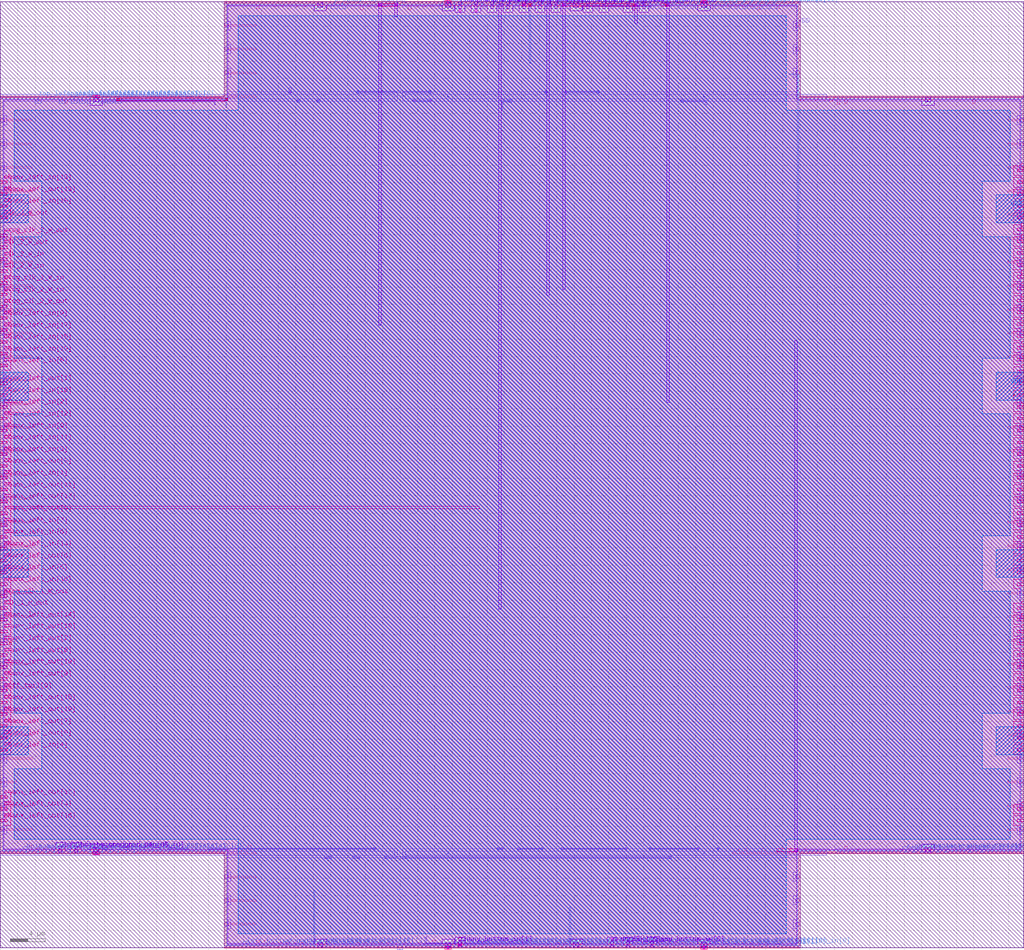
<source format=lef>
VERSION 5.7 ;
BUSBITCHARS "[]" ;

UNITS
  DATABASE MICRONS 1000 ;
END UNITS

MANUFACTURINGGRID 0.005 ;

LAYER li1
  TYPE ROUTING ;
  DIRECTION VERTICAL ;
  PITCH 0.46 ;
  WIDTH 0.17 ;
END li1

LAYER mcon
  TYPE CUT ;
END mcon

LAYER met1
  TYPE ROUTING ;
  DIRECTION HORIZONTAL ;
  PITCH 0.34 ;
  WIDTH 0.14 ;
END met1

LAYER via
  TYPE CUT ;
END via

LAYER met2
  TYPE ROUTING ;
  DIRECTION VERTICAL ;
  PITCH 0.46 ;
  WIDTH 0.14 ;
END met2

LAYER via2
  TYPE CUT ;
END via2

LAYER met3
  TYPE ROUTING ;
  DIRECTION HORIZONTAL ;
  PITCH 0.68 ;
  WIDTH 0.3 ;
END met3

LAYER via3
  TYPE CUT ;
END via3

LAYER met4
  TYPE ROUTING ;
  DIRECTION VERTICAL ;
  PITCH 0.92 ;
  WIDTH 0.3 ;
END met4

LAYER via4
  TYPE CUT ;
END via4

LAYER met5
  TYPE ROUTING ;
  DIRECTION HORIZONTAL ;
  PITCH 3.4 ;
  WIDTH 1.6 ;
END met5

LAYER nwell
  TYPE MASTERSLICE ;
END nwell

LAYER pwell
  TYPE MASTERSLICE ;
END pwell

LAYER OVERLAP
  TYPE OVERLAP ;
END OVERLAP

VIA L1M1_PR
  LAYER li1 ;
    RECT -0.085 -0.085 0.085 0.085 ;
  LAYER mcon ;
    RECT -0.085 -0.085 0.085 0.085 ;
  LAYER met1 ;
    RECT -0.145 -0.115 0.145 0.115 ;
END L1M1_PR

VIA L1M1_PR_R
  LAYER li1 ;
    RECT -0.085 -0.085 0.085 0.085 ;
  LAYER mcon ;
    RECT -0.085 -0.085 0.085 0.085 ;
  LAYER met1 ;
    RECT -0.115 -0.145 0.115 0.145 ;
END L1M1_PR_R

VIA L1M1_PR_M
  LAYER li1 ;
    RECT -0.085 -0.085 0.085 0.085 ;
  LAYER mcon ;
    RECT -0.085 -0.085 0.085 0.085 ;
  LAYER met1 ;
    RECT -0.115 -0.145 0.115 0.145 ;
END L1M1_PR_M

VIA L1M1_PR_MR
  LAYER li1 ;
    RECT -0.085 -0.085 0.085 0.085 ;
  LAYER mcon ;
    RECT -0.085 -0.085 0.085 0.085 ;
  LAYER met1 ;
    RECT -0.145 -0.115 0.145 0.115 ;
END L1M1_PR_MR

VIA L1M1_PR_C
  LAYER li1 ;
    RECT -0.085 -0.085 0.085 0.085 ;
  LAYER mcon ;
    RECT -0.085 -0.085 0.085 0.085 ;
  LAYER met1 ;
    RECT -0.145 -0.145 0.145 0.145 ;
END L1M1_PR_C

VIA M1M2_PR
  LAYER met1 ;
    RECT -0.16 -0.13 0.16 0.13 ;
  LAYER via ;
    RECT -0.075 -0.075 0.075 0.075 ;
  LAYER met2 ;
    RECT -0.13 -0.16 0.13 0.16 ;
END M1M2_PR

VIA M1M2_PR_Enc
  LAYER met1 ;
    RECT -0.16 -0.13 0.16 0.13 ;
  LAYER via ;
    RECT -0.075 -0.075 0.075 0.075 ;
  LAYER met2 ;
    RECT -0.16 -0.13 0.16 0.13 ;
END M1M2_PR_Enc

VIA M1M2_PR_R
  LAYER met1 ;
    RECT -0.13 -0.16 0.13 0.16 ;
  LAYER via ;
    RECT -0.075 -0.075 0.075 0.075 ;
  LAYER met2 ;
    RECT -0.16 -0.13 0.16 0.13 ;
END M1M2_PR_R

VIA M1M2_PR_R_Enc
  LAYER met1 ;
    RECT -0.13 -0.16 0.13 0.16 ;
  LAYER via ;
    RECT -0.075 -0.075 0.075 0.075 ;
  LAYER met2 ;
    RECT -0.13 -0.16 0.13 0.16 ;
END M1M2_PR_R_Enc

VIA M1M2_PR_M
  LAYER met1 ;
    RECT -0.16 -0.13 0.16 0.13 ;
  LAYER via ;
    RECT -0.075 -0.075 0.075 0.075 ;
  LAYER met2 ;
    RECT -0.16 -0.13 0.16 0.13 ;
END M1M2_PR_M

VIA M1M2_PR_M_Enc
  LAYER met1 ;
    RECT -0.16 -0.13 0.16 0.13 ;
  LAYER via ;
    RECT -0.075 -0.075 0.075 0.075 ;
  LAYER met2 ;
    RECT -0.13 -0.16 0.13 0.16 ;
END M1M2_PR_M_Enc

VIA M1M2_PR_MR
  LAYER met1 ;
    RECT -0.13 -0.16 0.13 0.16 ;
  LAYER via ;
    RECT -0.075 -0.075 0.075 0.075 ;
  LAYER met2 ;
    RECT -0.13 -0.16 0.13 0.16 ;
END M1M2_PR_MR

VIA M1M2_PR_MR_Enc
  LAYER met1 ;
    RECT -0.13 -0.16 0.13 0.16 ;
  LAYER via ;
    RECT -0.075 -0.075 0.075 0.075 ;
  LAYER met2 ;
    RECT -0.16 -0.13 0.16 0.13 ;
END M1M2_PR_MR_Enc

VIA M1M2_PR_C
  LAYER met1 ;
    RECT -0.16 -0.16 0.16 0.16 ;
  LAYER via ;
    RECT -0.075 -0.075 0.075 0.075 ;
  LAYER met2 ;
    RECT -0.16 -0.16 0.16 0.16 ;
END M1M2_PR_C

VIA M2M3_PR
  LAYER met2 ;
    RECT -0.14 -0.185 0.14 0.185 ;
  LAYER via2 ;
    RECT -0.1 -0.1 0.1 0.1 ;
  LAYER met3 ;
    RECT -0.165 -0.165 0.165 0.165 ;
END M2M3_PR

VIA M2M3_PR_R
  LAYER met2 ;
    RECT -0.185 -0.14 0.185 0.14 ;
  LAYER via2 ;
    RECT -0.1 -0.1 0.1 0.1 ;
  LAYER met3 ;
    RECT -0.165 -0.165 0.165 0.165 ;
END M2M3_PR_R

VIA M2M3_PR_M
  LAYER met2 ;
    RECT -0.14 -0.185 0.14 0.185 ;
  LAYER via2 ;
    RECT -0.1 -0.1 0.1 0.1 ;
  LAYER met3 ;
    RECT -0.165 -0.165 0.165 0.165 ;
END M2M3_PR_M

VIA M2M3_PR_MR
  LAYER met2 ;
    RECT -0.185 -0.14 0.185 0.14 ;
  LAYER via2 ;
    RECT -0.1 -0.1 0.1 0.1 ;
  LAYER met3 ;
    RECT -0.165 -0.165 0.165 0.165 ;
END M2M3_PR_MR

VIA M2M3_PR_C
  LAYER met2 ;
    RECT -0.185 -0.185 0.185 0.185 ;
  LAYER via2 ;
    RECT -0.1 -0.1 0.1 0.1 ;
  LAYER met3 ;
    RECT -0.165 -0.165 0.165 0.165 ;
END M2M3_PR_C

VIA M3M4_PR
  LAYER met3 ;
    RECT -0.19 -0.16 0.19 0.16 ;
  LAYER via3 ;
    RECT -0.1 -0.1 0.1 0.1 ;
  LAYER met4 ;
    RECT -0.165 -0.165 0.165 0.165 ;
END M3M4_PR

VIA M3M4_PR_R
  LAYER met3 ;
    RECT -0.16 -0.19 0.16 0.19 ;
  LAYER via3 ;
    RECT -0.1 -0.1 0.1 0.1 ;
  LAYER met4 ;
    RECT -0.165 -0.165 0.165 0.165 ;
END M3M4_PR_R

VIA M3M4_PR_M
  LAYER met3 ;
    RECT -0.19 -0.16 0.19 0.16 ;
  LAYER via3 ;
    RECT -0.1 -0.1 0.1 0.1 ;
  LAYER met4 ;
    RECT -0.165 -0.165 0.165 0.165 ;
END M3M4_PR_M

VIA M3M4_PR_MR
  LAYER met3 ;
    RECT -0.16 -0.19 0.16 0.19 ;
  LAYER via3 ;
    RECT -0.1 -0.1 0.1 0.1 ;
  LAYER met4 ;
    RECT -0.165 -0.165 0.165 0.165 ;
END M3M4_PR_MR

VIA M3M4_PR_C
  LAYER met3 ;
    RECT -0.19 -0.19 0.19 0.19 ;
  LAYER via3 ;
    RECT -0.1 -0.1 0.1 0.1 ;
  LAYER met4 ;
    RECT -0.165 -0.165 0.165 0.165 ;
END M3M4_PR_C

VIA M4M5_PR
  LAYER met4 ;
    RECT -0.59 -0.59 0.59 0.59 ;
  LAYER via4 ;
    RECT -0.4 -0.4 0.4 0.4 ;
  LAYER met5 ;
    RECT -0.71 -0.71 0.71 0.71 ;
END M4M5_PR

VIA M4M5_PR_R
  LAYER met4 ;
    RECT -0.59 -0.59 0.59 0.59 ;
  LAYER via4 ;
    RECT -0.4 -0.4 0.4 0.4 ;
  LAYER met5 ;
    RECT -0.71 -0.71 0.71 0.71 ;
END M4M5_PR_R

VIA M4M5_PR_M
  LAYER met4 ;
    RECT -0.59 -0.59 0.59 0.59 ;
  LAYER via4 ;
    RECT -0.4 -0.4 0.4 0.4 ;
  LAYER met5 ;
    RECT -0.71 -0.71 0.71 0.71 ;
END M4M5_PR_M

VIA M4M5_PR_MR
  LAYER met4 ;
    RECT -0.59 -0.59 0.59 0.59 ;
  LAYER via4 ;
    RECT -0.4 -0.4 0.4 0.4 ;
  LAYER met5 ;
    RECT -0.71 -0.71 0.71 0.71 ;
END M4M5_PR_MR

VIA M4M5_PR_C
  LAYER met4 ;
    RECT -0.59 -0.59 0.59 0.59 ;
  LAYER via4 ;
    RECT -0.4 -0.4 0.4 0.4 ;
  LAYER met5 ;
    RECT -0.71 -0.71 0.71 0.71 ;
END M4M5_PR_C

SITE unit
  CLASS CORE ;
  SYMMETRY Y ;
  SIZE 0.46 BY 2.72 ;
END unit

SITE unithddbl
  CLASS CORE ;
  SIZE 0.46 BY 5.44 ;
END unithddbl

MACRO sb_1__1_
  CLASS BLOCK ;
  ORIGIN 0 0 ;
  SIZE 117.76 BY 108.8 ;
  SYMMETRY X Y ;
  PIN chany_top_in[0]
    DIRECTION INPUT ;
    USE SIGNAL ;
    PORT
      LAYER met4 ;
        RECT 63.79 108 64.09 108.8 ;
    END
  END chany_top_in[0]
  PIN chany_top_in[1]
    DIRECTION INPUT ;
    USE SIGNAL ;
    PORT
      LAYER met2 ;
        RECT 84.34 108.315 84.48 108.8 ;
    END
  END chany_top_in[1]
  PIN chany_top_in[2]
    DIRECTION INPUT ;
    USE SIGNAL ;
    PORT
      LAYER met2 ;
        RECT 83.42 108.315 83.56 108.8 ;
    END
  END chany_top_in[2]
  PIN chany_top_in[3]
    DIRECTION INPUT ;
    USE SIGNAL ;
    PORT
      LAYER met4 ;
        RECT 73.91 108 74.21 108.8 ;
    END
  END chany_top_in[3]
  PIN chany_top_in[4]
    DIRECTION INPUT ;
    USE SIGNAL ;
    PORT
      LAYER met2 ;
        RECT 81.58 108.315 81.72 108.8 ;
    END
  END chany_top_in[4]
  PIN chany_top_in[5]
    DIRECTION INPUT ;
    USE SIGNAL ;
    PORT
      LAYER met4 ;
        RECT 56.43 108 56.73 108.8 ;
    END
  END chany_top_in[5]
  PIN chany_top_in[6]
    DIRECTION INPUT ;
    USE SIGNAL ;
    PORT
      LAYER met2 ;
        RECT 55.36 108.315 55.5 108.8 ;
    END
  END chany_top_in[6]
  PIN chany_top_in[7]
    DIRECTION INPUT ;
    USE SIGNAL ;
    PORT
      LAYER met4 ;
        RECT 60.11 108 60.41 108.8 ;
    END
  END chany_top_in[7]
  PIN chany_top_in[8]
    DIRECTION INPUT ;
    USE SIGNAL ;
    PORT
      LAYER met2 ;
        RECT 85.26 108.315 85.4 108.8 ;
    END
  END chany_top_in[8]
  PIN chany_top_in[9]
    DIRECTION INPUT ;
    USE SIGNAL ;
    PORT
      LAYER met2 ;
        RECT 88.02 108.315 88.16 108.8 ;
    END
  END chany_top_in[9]
  PIN chany_top_in[10]
    DIRECTION INPUT ;
    USE SIGNAL ;
    PORT
      LAYER met2 ;
        RECT 82.5 108.315 82.64 108.8 ;
    END
  END chany_top_in[10]
  PIN chany_top_in[11]
    DIRECTION INPUT ;
    USE SIGNAL ;
    PORT
      LAYER met2 ;
        RECT 88.94 108.315 89.08 108.8 ;
    END
  END chany_top_in[11]
  PIN chany_top_in[12]
    DIRECTION INPUT ;
    USE SIGNAL ;
    PORT
      LAYER met4 ;
        RECT 67.47 108 67.77 108.8 ;
    END
  END chany_top_in[12]
  PIN chany_top_in[13]
    DIRECTION INPUT ;
    USE SIGNAL ;
    PORT
      LAYER met2 ;
        RECT 67.32 108.315 67.46 108.8 ;
    END
  END chany_top_in[13]
  PIN chany_top_in[14]
    DIRECTION INPUT ;
    USE SIGNAL ;
    PORT
      LAYER met4 ;
        RECT 52.75 108 53.05 108.8 ;
    END
  END chany_top_in[14]
  PIN chany_top_in[15]
    DIRECTION INPUT ;
    USE SIGNAL ;
    PORT
      LAYER met4 ;
        RECT 58.27 108 58.57 108.8 ;
    END
  END chany_top_in[15]
  PIN chany_top_in[16]
    DIRECTION INPUT ;
    USE SIGNAL ;
    PORT
      LAYER met2 ;
        RECT 58.58 108.315 58.72 108.8 ;
    END
  END chany_top_in[16]
  PIN chany_top_in[17]
    DIRECTION INPUT ;
    USE SIGNAL ;
    PORT
      LAYER met4 ;
        RECT 54.59 108 54.89 108.8 ;
    END
  END chany_top_in[17]
  PIN chany_top_in[18]
    DIRECTION INPUT ;
    USE SIGNAL ;
    PORT
      LAYER met2 ;
        RECT 64.1 108.315 64.24 108.8 ;
    END
  END chany_top_in[18]
  PIN chany_top_in[19]
    DIRECTION INPUT ;
    USE SIGNAL ;
    PORT
      LAYER met4 ;
        RECT 69.31 108 69.61 108.8 ;
    END
  END chany_top_in[19]
  PIN top_left_grid_pin_42_[0]
    DIRECTION INPUT ;
    USE SIGNAL ;
    PORT
      LAYER met2 ;
        RECT 13.5 97.435 13.64 97.92 ;
    END
  END top_left_grid_pin_42_[0]
  PIN top_left_grid_pin_43_[0]
    DIRECTION INPUT ;
    USE SIGNAL ;
    PORT
      LAYER met2 ;
        RECT 11.66 97.435 11.8 97.92 ;
    END
  END top_left_grid_pin_43_[0]
  PIN top_left_grid_pin_44_[0]
    DIRECTION INPUT ;
    USE SIGNAL ;
    PORT
      LAYER met2 ;
        RECT 8.44 97.435 8.58 97.92 ;
    END
  END top_left_grid_pin_44_[0]
  PIN top_left_grid_pin_45_[0]
    DIRECTION INPUT ;
    USE SIGNAL ;
    PORT
      LAYER met2 ;
        RECT 12.58 97.435 12.72 97.92 ;
    END
  END top_left_grid_pin_45_[0]
  PIN top_left_grid_pin_46_[0]
    DIRECTION INPUT ;
    USE SIGNAL ;
    PORT
      LAYER met2 ;
        RECT 10.28 97.435 10.42 97.92 ;
    END
  END top_left_grid_pin_46_[0]
  PIN top_left_grid_pin_47_[0]
    DIRECTION INPUT ;
    USE SIGNAL ;
    PORT
      LAYER met2 ;
        RECT 4.3 97.435 4.44 97.92 ;
    END
  END top_left_grid_pin_47_[0]
  PIN top_left_grid_pin_48_[0]
    DIRECTION INPUT ;
    USE SIGNAL ;
    PORT
      LAYER met2 ;
        RECT 9.36 97.435 9.5 97.92 ;
    END
  END top_left_grid_pin_48_[0]
  PIN top_left_grid_pin_49_[0]
    DIRECTION INPUT ;
    USE SIGNAL ;
    PORT
      LAYER met2 ;
        RECT 7.06 97.435 7.2 97.92 ;
    END
  END top_left_grid_pin_49_[0]
  PIN chanx_right_in[0]
    DIRECTION INPUT ;
    USE SIGNAL ;
    PORT
      LAYER met3 ;
        RECT 116.96 66.15 117.76 66.45 ;
    END
  END chanx_right_in[0]
  PIN chanx_right_in[1]
    DIRECTION INPUT ;
    USE SIGNAL ;
    PORT
      LAYER met3 ;
        RECT 116.96 87.91 117.76 88.21 ;
    END
  END chanx_right_in[1]
  PIN chanx_right_in[2]
    DIRECTION INPUT ;
    USE SIGNAL ;
    PORT
      LAYER met3 ;
        RECT 116.96 36.23 117.76 36.53 ;
    END
  END chanx_right_in[2]
  PIN chanx_right_in[3]
    DIRECTION INPUT ;
    USE SIGNAL ;
    PORT
      LAYER met3 ;
        RECT 116.96 48.47 117.76 48.77 ;
    END
  END chanx_right_in[3]
  PIN chanx_right_in[4]
    DIRECTION INPUT ;
    USE SIGNAL ;
    PORT
      LAYER met3 ;
        RECT 116.96 71.59 117.76 71.89 ;
    END
  END chanx_right_in[4]
  PIN chanx_right_in[5]
    DIRECTION INPUT ;
    USE SIGNAL ;
    PORT
      LAYER met3 ;
        RECT 116.96 86.55 117.76 86.85 ;
    END
  END chanx_right_in[5]
  PIN chanx_right_in[6]
    DIRECTION INPUT ;
    USE SIGNAL ;
    PORT
      LAYER met3 ;
        RECT 116.96 62.07 117.76 62.37 ;
    END
  END chanx_right_in[6]
  PIN chanx_right_in[7]
    DIRECTION INPUT ;
    USE SIGNAL ;
    PORT
      LAYER met3 ;
        RECT 116.96 22.63 117.76 22.93 ;
    END
  END chanx_right_in[7]
  PIN chanx_right_in[8]
    DIRECTION INPUT ;
    USE SIGNAL ;
    PORT
      LAYER met3 ;
        RECT 116.96 34.87 117.76 35.17 ;
    END
  END chanx_right_in[8]
  PIN chanx_right_in[9]
    DIRECTION INPUT ;
    USE SIGNAL ;
    PORT
      LAYER met3 ;
        RECT 116.96 41.67 117.76 41.97 ;
    END
  END chanx_right_in[9]
  PIN chanx_right_in[10]
    DIRECTION INPUT ;
    USE SIGNAL ;
    PORT
      LAYER met3 ;
        RECT 116.96 64.79 117.76 65.09 ;
    END
  END chanx_right_in[10]
  PIN chanx_right_in[11]
    DIRECTION INPUT ;
    USE SIGNAL ;
    PORT
      LAYER met3 ;
        RECT 116.96 51.19 117.76 51.49 ;
    END
  END chanx_right_in[11]
  PIN chanx_right_in[12]
    DIRECTION INPUT ;
    USE SIGNAL ;
    PORT
      LAYER met3 ;
        RECT 116.96 23.99 117.76 24.29 ;
    END
  END chanx_right_in[12]
  PIN chanx_right_in[13]
    DIRECTION INPUT ;
    USE SIGNAL ;
    PORT
      LAYER met3 ;
        RECT 116.96 44.39 117.76 44.69 ;
    END
  END chanx_right_in[13]
  PIN chanx_right_in[14]
    DIRECTION INPUT ;
    USE SIGNAL ;
    PORT
      LAYER met3 ;
        RECT 116.96 60.71 117.76 61.01 ;
    END
  END chanx_right_in[14]
  PIN chanx_right_in[15]
    DIRECTION INPUT ;
    USE SIGNAL ;
    PORT
      LAYER met3 ;
        RECT 116.96 57.99 117.76 58.29 ;
    END
  END chanx_right_in[15]
  PIN chanx_right_in[16]
    DIRECTION INPUT ;
    USE SIGNAL ;
    PORT
      LAYER met3 ;
        RECT 116.96 67.51 117.76 67.81 ;
    END
  END chanx_right_in[16]
  PIN chanx_right_in[17]
    DIRECTION INPUT ;
    USE SIGNAL ;
    PORT
      LAYER met3 ;
        RECT 116.96 45.75 117.76 46.05 ;
    END
  END chanx_right_in[17]
  PIN chanx_right_in[18]
    DIRECTION INPUT ;
    USE SIGNAL ;
    PORT
      LAYER met3 ;
        RECT 116.96 63.43 117.76 63.73 ;
    END
  END chanx_right_in[18]
  PIN chanx_right_in[19]
    DIRECTION INPUT ;
    USE SIGNAL ;
    PORT
      LAYER met3 ;
        RECT 116.96 43.03 117.76 43.33 ;
    END
  END chanx_right_in[19]
  PIN right_bottom_grid_pin_34_[0]
    DIRECTION INPUT ;
    USE SIGNAL ;
    PORT
      LAYER met2 ;
        RECT 105.04 10.88 105.18 11.365 ;
    END
  END right_bottom_grid_pin_34_[0]
  PIN right_bottom_grid_pin_35_[0]
    DIRECTION INPUT ;
    USE SIGNAL ;
    PORT
      LAYER met2 ;
        RECT 111.48 10.88 111.62 11.365 ;
    END
  END right_bottom_grid_pin_35_[0]
  PIN right_bottom_grid_pin_36_[0]
    DIRECTION INPUT ;
    USE SIGNAL ;
    PORT
      LAYER met2 ;
        RECT 107.8 10.88 107.94 11.365 ;
    END
  END right_bottom_grid_pin_36_[0]
  PIN right_bottom_grid_pin_37_[0]
    DIRECTION INPUT ;
    USE SIGNAL ;
    PORT
      LAYER met2 ;
        RECT 112.86 10.88 113 11.365 ;
    END
  END right_bottom_grid_pin_37_[0]
  PIN right_bottom_grid_pin_38_[0]
    DIRECTION INPUT ;
    USE SIGNAL ;
    PORT
      LAYER met2 ;
        RECT 106.88 10.88 107.02 11.365 ;
    END
  END right_bottom_grid_pin_38_[0]
  PIN right_bottom_grid_pin_39_[0]
    DIRECTION INPUT ;
    USE SIGNAL ;
    PORT
      LAYER met2 ;
        RECT 104.12 10.88 104.26 11.365 ;
    END
  END right_bottom_grid_pin_39_[0]
  PIN right_bottom_grid_pin_40_[0]
    DIRECTION INPUT ;
    USE SIGNAL ;
    PORT
      LAYER met2 ;
        RECT 105.96 10.88 106.1 11.365 ;
    END
  END right_bottom_grid_pin_40_[0]
  PIN right_bottom_grid_pin_41_[0]
    DIRECTION INPUT ;
    USE SIGNAL ;
    PORT
      LAYER met2 ;
        RECT 108.72 10.88 108.86 11.365 ;
    END
  END right_bottom_grid_pin_41_[0]
  PIN chany_bottom_in[0]
    DIRECTION INPUT ;
    USE SIGNAL ;
    PORT
      LAYER met2 ;
        RECT 89.4 0 89.54 0.485 ;
    END
  END chany_bottom_in[0]
  PIN chany_bottom_in[1]
    DIRECTION INPUT ;
    USE SIGNAL ;
    PORT
      LAYER met4 ;
        RECT 52.75 0 53.05 0.8 ;
    END
  END chany_bottom_in[1]
  PIN chany_bottom_in[2]
    DIRECTION INPUT ;
    USE SIGNAL ;
    PORT
      LAYER met2 ;
        RECT 84.34 0 84.48 0.485 ;
    END
  END chany_bottom_in[2]
  PIN chany_bottom_in[3]
    DIRECTION INPUT ;
    USE SIGNAL ;
    PORT
      LAYER met2 ;
        RECT 80.2 0 80.34 0.485 ;
    END
  END chany_bottom_in[3]
  PIN chany_bottom_in[4]
    DIRECTION INPUT ;
    USE SIGNAL ;
    PORT
      LAYER met2 ;
        RECT 81.58 0 81.72 0.485 ;
    END
  END chany_bottom_in[4]
  PIN chany_bottom_in[5]
    DIRECTION INPUT ;
    USE SIGNAL ;
    PORT
      LAYER met2 ;
        RECT 39.26 0 39.4 0.485 ;
    END
  END chany_bottom_in[5]
  PIN chany_bottom_in[6]
    DIRECTION INPUT ;
    USE SIGNAL ;
    PORT
      LAYER met4 ;
        RECT 74.83 0 75.13 0.8 ;
    END
  END chany_bottom_in[6]
  PIN chany_bottom_in[7]
    DIRECTION INPUT ;
    USE SIGNAL ;
    PORT
      LAYER met2 ;
        RECT 34.66 0 34.8 0.485 ;
    END
  END chany_bottom_in[7]
  PIN chany_bottom_in[8]
    DIRECTION INPUT ;
    USE SIGNAL ;
    PORT
      LAYER met2 ;
        RECT 79.28 0 79.42 0.485 ;
    END
  END chany_bottom_in[8]
  PIN chany_bottom_in[9]
    DIRECTION INPUT ;
    USE SIGNAL ;
    PORT
      LAYER met2 ;
        RECT 66.86 0 67 0.485 ;
    END
  END chany_bottom_in[9]
  PIN chany_bottom_in[10]
    DIRECTION INPUT ;
    USE SIGNAL ;
    PORT
      LAYER met2 ;
        RECT 76.98 0 77.12 0.485 ;
    END
  END chany_bottom_in[10]
  PIN chany_bottom_in[11]
    DIRECTION INPUT ;
    USE SIGNAL ;
    PORT
      LAYER met2 ;
        RECT 75.14 0 75.28 0.485 ;
    END
  END chany_bottom_in[11]
  PIN chany_bottom_in[12]
    DIRECTION INPUT ;
    USE SIGNAL ;
    PORT
      LAYER met2 ;
        RECT 86.18 0 86.32 0.485 ;
    END
  END chany_bottom_in[12]
  PIN chany_bottom_in[13]
    DIRECTION INPUT ;
    USE SIGNAL ;
    PORT
      LAYER met2 ;
        RECT 40.18 0 40.32 0.485 ;
    END
  END chany_bottom_in[13]
  PIN chany_bottom_in[14]
    DIRECTION INPUT ;
    USE SIGNAL ;
    PORT
      LAYER met2 ;
        RECT 32.82 0 32.96 0.485 ;
    END
  END chany_bottom_in[14]
  PIN chany_bottom_in[15]
    DIRECTION INPUT ;
    USE SIGNAL ;
    PORT
      LAYER met2 ;
        RECT 36.5 0 36.64 0.485 ;
    END
  END chany_bottom_in[15]
  PIN chany_bottom_in[16]
    DIRECTION INPUT ;
    USE SIGNAL ;
    PORT
      LAYER met2 ;
        RECT 82.5 0 82.64 0.485 ;
    END
  END chany_bottom_in[16]
  PIN chany_bottom_in[17]
    DIRECTION INPUT ;
    USE SIGNAL ;
    PORT
      LAYER met2 ;
        RECT 57.66 0 57.8 0.485 ;
    END
  END chany_bottom_in[17]
  PIN chany_bottom_in[18]
    DIRECTION INPUT ;
    USE SIGNAL ;
    PORT
      LAYER met2 ;
        RECT 62.26 0 62.4 0.485 ;
    END
  END chany_bottom_in[18]
  PIN chany_bottom_in[19]
    DIRECTION INPUT ;
    USE SIGNAL ;
    PORT
      LAYER met2 ;
        RECT 55.82 0 55.96 0.485 ;
    END
  END chany_bottom_in[19]
  PIN bottom_left_grid_pin_42_[0]
    DIRECTION INPUT ;
    USE SIGNAL ;
    PORT
      LAYER met2 ;
        RECT 14.42 10.88 14.56 11.365 ;
    END
  END bottom_left_grid_pin_42_[0]
  PIN bottom_left_grid_pin_43_[0]
    DIRECTION INPUT ;
    USE SIGNAL ;
    PORT
      LAYER met2 ;
        RECT 15.34 10.88 15.48 11.365 ;
    END
  END bottom_left_grid_pin_43_[0]
  PIN bottom_left_grid_pin_44_[0]
    DIRECTION INPUT ;
    USE SIGNAL ;
    PORT
      LAYER met2 ;
        RECT 2.92 10.88 3.06 11.365 ;
    END
  END bottom_left_grid_pin_44_[0]
  PIN bottom_left_grid_pin_45_[0]
    DIRECTION INPUT ;
    USE SIGNAL ;
    PORT
      LAYER met2 ;
        RECT 10.28 10.88 10.42 11.365 ;
    END
  END bottom_left_grid_pin_45_[0]
  PIN bottom_left_grid_pin_46_[0]
    DIRECTION INPUT ;
    USE SIGNAL ;
    PORT
      LAYER met2 ;
        RECT 5.22 10.88 5.36 11.365 ;
    END
  END bottom_left_grid_pin_46_[0]
  PIN bottom_left_grid_pin_47_[0]
    DIRECTION INPUT ;
    USE SIGNAL ;
    PORT
      LAYER met2 ;
        RECT 4.3 10.88 4.44 11.365 ;
    END
  END bottom_left_grid_pin_47_[0]
  PIN bottom_left_grid_pin_48_[0]
    DIRECTION INPUT ;
    USE SIGNAL ;
    PORT
      LAYER met2 ;
        RECT 13.5 10.88 13.64 11.365 ;
    END
  END bottom_left_grid_pin_48_[0]
  PIN bottom_left_grid_pin_49_[0]
    DIRECTION INPUT ;
    USE SIGNAL ;
    PORT
      LAYER met2 ;
        RECT 7.06 10.88 7.2 11.365 ;
    END
  END bottom_left_grid_pin_49_[0]
  PIN chanx_left_in[0]
    DIRECTION INPUT ;
    USE SIGNAL ;
    PORT
      LAYER met3 ;
        RECT 0 59.35 0.8 59.65 ;
    END
  END chanx_left_in[0]
  PIN chanx_left_in[1]
    DIRECTION INPUT ;
    USE SIGNAL ;
    PORT
      LAYER met3 ;
        RECT 0 53.91 0.8 54.21 ;
    END
  END chanx_left_in[1]
  PIN chanx_left_in[2]
    DIRECTION INPUT ;
    USE SIGNAL ;
    PORT
      LAYER met3 ;
        RECT 0 62.07 0.8 62.37 ;
    END
  END chanx_left_in[2]
  PIN chanx_left_in[3]
    DIRECTION INPUT ;
    USE SIGNAL ;
    PORT
      LAYER met3 ;
        RECT 0 56.63 0.8 56.93 ;
    END
  END chanx_left_in[3]
  PIN chanx_left_in[4]
    DIRECTION INPUT ;
    USE SIGNAL ;
    PORT
      LAYER met3 ;
        RECT 0 22.63 0.8 22.93 ;
    END
  END chanx_left_in[4]
  PIN chanx_left_in[5]
    DIRECTION INPUT ;
    USE SIGNAL ;
    PORT
      LAYER met3 ;
        RECT 0 47.11 0.8 47.41 ;
    END
  END chanx_left_in[5]
  PIN chanx_left_in[6]
    DIRECTION INPUT ;
    USE SIGNAL ;
    PORT
      LAYER met3 ;
        RECT 0 43.03 0.8 43.33 ;
    END
  END chanx_left_in[6]
  PIN chanx_left_in[7]
    DIRECTION INPUT ;
    USE SIGNAL ;
    PORT
      LAYER met3 ;
        RECT 0 48.47 0.8 48.77 ;
    END
  END chanx_left_in[7]
  PIN chanx_left_in[8]
    DIRECTION INPUT ;
    USE SIGNAL ;
    PORT
      LAYER met3 ;
        RECT 0 66.83 0.8 67.13 ;
    END
  END chanx_left_in[8]
  PIN chanx_left_in[9]
    DIRECTION INPUT ;
    USE SIGNAL ;
    PORT
      LAYER met3 ;
        RECT 0 72.27 0.8 72.57 ;
    END
  END chanx_left_in[9]
  PIN chanx_left_in[10]
    DIRECTION INPUT ;
    USE SIGNAL ;
    PORT
      LAYER met3 ;
        RECT 0 41.67 0.8 41.97 ;
    END
  END chanx_left_in[10]
  PIN chanx_left_in[11]
    DIRECTION INPUT ;
    USE SIGNAL ;
    PORT
      LAYER met3 ;
        RECT 0 57.99 0.8 58.29 ;
    END
  END chanx_left_in[11]
  PIN chanx_left_in[12]
    DIRECTION INPUT ;
    USE SIGNAL ;
    PORT
      LAYER met3 ;
        RECT 0 60.71 0.8 61.01 ;
    END
  END chanx_left_in[12]
  PIN chanx_left_in[13]
    DIRECTION INPUT ;
    USE SIGNAL ;
    PORT
      LAYER met3 ;
        RECT 0 87.91 0.8 88.21 ;
    END
  END chanx_left_in[13]
  PIN chanx_left_in[14]
    DIRECTION INPUT ;
    USE SIGNAL ;
    PORT
      LAYER met3 ;
        RECT 0 45.75 0.8 46.05 ;
    END
  END chanx_left_in[14]
  PIN chanx_left_in[15]
    DIRECTION INPUT ;
    USE SIGNAL ;
    PORT
      LAYER met3 ;
        RECT 0 69.55 0.8 69.85 ;
    END
  END chanx_left_in[15]
  PIN chanx_left_in[16]
    DIRECTION INPUT ;
    USE SIGNAL ;
    PORT
      LAYER met3 ;
        RECT 0 63.43 0.8 63.73 ;
    END
  END chanx_left_in[16]
  PIN chanx_left_in[17]
    DIRECTION INPUT ;
    USE SIGNAL ;
    PORT
      LAYER met3 ;
        RECT 0 70.91 0.8 71.21 ;
    END
  END chanx_left_in[17]
  PIN chanx_left_in[18]
    DIRECTION INPUT ;
    USE SIGNAL ;
    PORT
      LAYER met3 ;
        RECT 0 85.19 0.8 85.49 ;
    END
  END chanx_left_in[18]
  PIN chanx_left_in[19]
    DIRECTION INPUT ;
    USE SIGNAL ;
    PORT
      LAYER met3 ;
        RECT 0 68.19 0.8 68.49 ;
    END
  END chanx_left_in[19]
  PIN left_bottom_grid_pin_34_[0]
    DIRECTION INPUT ;
    USE SIGNAL ;
    PORT
      LAYER met4 ;
        RECT 6.75 10.88 7.05 11.68 ;
    END
  END left_bottom_grid_pin_34_[0]
  PIN left_bottom_grid_pin_35_[0]
    DIRECTION INPUT ;
    USE SIGNAL ;
    PORT
      LAYER met4 ;
        RECT 8.59 10.88 8.89 11.68 ;
    END
  END left_bottom_grid_pin_35_[0]
  PIN left_bottom_grid_pin_36_[0]
    DIRECTION INPUT ;
    USE SIGNAL ;
    PORT
      LAYER met2 ;
        RECT 8.9 10.88 9.04 11.365 ;
    END
  END left_bottom_grid_pin_36_[0]
  PIN left_bottom_grid_pin_37_[0]
    DIRECTION INPUT ;
    USE SIGNAL ;
    PORT
      LAYER met2 ;
        RECT 7.98 10.88 8.12 11.365 ;
    END
  END left_bottom_grid_pin_37_[0]
  PIN left_bottom_grid_pin_38_[0]
    DIRECTION INPUT ;
    USE SIGNAL ;
    PORT
      LAYER met2 ;
        RECT 11.66 10.88 11.8 11.365 ;
    END
  END left_bottom_grid_pin_38_[0]
  PIN left_bottom_grid_pin_39_[0]
    DIRECTION INPUT ;
    USE SIGNAL ;
    PORT
      LAYER met2 ;
        RECT 12.58 10.88 12.72 11.365 ;
    END
  END left_bottom_grid_pin_39_[0]
  PIN left_bottom_grid_pin_40_[0]
    DIRECTION INPUT ;
    USE SIGNAL ;
    PORT
      LAYER met2 ;
        RECT 28.22 0 28.36 0.485 ;
    END
  END left_bottom_grid_pin_40_[0]
  PIN left_bottom_grid_pin_41_[0]
    DIRECTION INPUT ;
    USE SIGNAL ;
    PORT
      LAYER met2 ;
        RECT 6.14 10.88 6.28 11.365 ;
    END
  END left_bottom_grid_pin_41_[0]
  PIN ccff_head[0]
    DIRECTION INPUT ;
    USE SIGNAL ;
    PORT
      LAYER met3 ;
        RECT 116.96 29.43 117.76 29.73 ;
    END
  END ccff_head[0]
  PIN chany_top_out[0]
    DIRECTION OUTPUT ;
    USE SIGNAL ;
    PORT
      LAYER met2 ;
        RECT 71 108.315 71.14 108.8 ;
    END
  END chany_top_out[0]
  PIN chany_top_out[1]
    DIRECTION OUTPUT ;
    USE SIGNAL ;
    PORT
      LAYER met2 ;
        RECT 77.44 108.315 77.58 108.8 ;
    END
  END chany_top_out[1]
  PIN chany_top_out[2]
    DIRECTION OUTPUT ;
    USE SIGNAL ;
    PORT
      LAYER met2 ;
        RECT 74.68 108.315 74.82 108.8 ;
    END
  END chany_top_out[2]
  PIN chany_top_out[3]
    DIRECTION OUTPUT ;
    USE SIGNAL ;
    PORT
      LAYER met2 ;
        RECT 78.36 108.315 78.5 108.8 ;
    END
  END chany_top_out[3]
  PIN chany_top_out[4]
    DIRECTION OUTPUT ;
    USE SIGNAL ;
    PORT
      LAYER met2 ;
        RECT 39.26 108.315 39.4 108.8 ;
    END
  END chany_top_out[4]
  PIN chany_top_out[5]
    DIRECTION OUTPUT ;
    USE SIGNAL ;
    PORT
      LAYER met2 ;
        RECT 60.42 108.315 60.56 108.8 ;
    END
  END chany_top_out[5]
  PIN chany_top_out[6]
    DIRECTION OUTPUT ;
    USE SIGNAL ;
    PORT
      LAYER met2 ;
        RECT 54.44 108.315 54.58 108.8 ;
    END
  END chany_top_out[6]
  PIN chany_top_out[7]
    DIRECTION OUTPUT ;
    USE SIGNAL ;
    PORT
      LAYER met2 ;
        RECT 50.76 108.315 50.9 108.8 ;
    END
  END chany_top_out[7]
  PIN chany_top_out[8]
    DIRECTION OUTPUT ;
    USE SIGNAL ;
    PORT
      LAYER met2 ;
        RECT 66.4 108.315 66.54 108.8 ;
    END
  END chany_top_out[8]
  PIN chany_top_out[9]
    DIRECTION OUTPUT ;
    USE SIGNAL ;
    PORT
      LAYER met2 ;
        RECT 79.28 108.315 79.42 108.8 ;
    END
  END chany_top_out[9]
  PIN chany_top_out[10]
    DIRECTION OUTPUT ;
    USE SIGNAL ;
    PORT
      LAYER met2 ;
        RECT 57.66 108.315 57.8 108.8 ;
    END
  END chany_top_out[10]
  PIN chany_top_out[11]
    DIRECTION OUTPUT ;
    USE SIGNAL ;
    PORT
      LAYER met2 ;
        RECT 63.18 108.315 63.32 108.8 ;
    END
  END chany_top_out[11]
  PIN chany_top_out[12]
    DIRECTION OUTPUT ;
    USE SIGNAL ;
    PORT
      LAYER met2 ;
        RECT 69.16 108.315 69.3 108.8 ;
    END
  END chany_top_out[12]
  PIN chany_top_out[13]
    DIRECTION OUTPUT ;
    USE SIGNAL ;
    PORT
      LAYER met2 ;
        RECT 76.52 108.315 76.66 108.8 ;
    END
  END chany_top_out[13]
  PIN chany_top_out[14]
    DIRECTION OUTPUT ;
    USE SIGNAL ;
    PORT
      LAYER met2 ;
        RECT 52.14 108.315 52.28 108.8 ;
    END
  END chany_top_out[14]
  PIN chany_top_out[15]
    DIRECTION OUTPUT ;
    USE SIGNAL ;
    PORT
      LAYER met2 ;
        RECT 65.02 108.315 65.16 108.8 ;
    END
  END chany_top_out[15]
  PIN chany_top_out[16]
    DIRECTION OUTPUT ;
    USE SIGNAL ;
    PORT
      LAYER met2 ;
        RECT 53.06 108.315 53.2 108.8 ;
    END
  END chany_top_out[16]
  PIN chany_top_out[17]
    DIRECTION OUTPUT ;
    USE SIGNAL ;
    PORT
      LAYER met2 ;
        RECT 70.08 108.315 70.22 108.8 ;
    END
  END chany_top_out[17]
  PIN chany_top_out[18]
    DIRECTION OUTPUT ;
    USE SIGNAL ;
    PORT
      LAYER met2 ;
        RECT 59.5 108.315 59.64 108.8 ;
    END
  END chany_top_out[18]
  PIN chany_top_out[19]
    DIRECTION OUTPUT ;
    USE SIGNAL ;
    PORT
      LAYER met2 ;
        RECT 75.6 108.315 75.74 108.8 ;
    END
  END chany_top_out[19]
  PIN chanx_right_out[0]
    DIRECTION OUTPUT ;
    USE SIGNAL ;
    PORT
      LAYER met3 ;
        RECT 116.96 70.23 117.76 70.53 ;
    END
  END chanx_right_out[0]
  PIN chanx_right_out[1]
    DIRECTION OUTPUT ;
    USE SIGNAL ;
    PORT
      LAYER met3 ;
        RECT 116.96 72.95 117.76 73.25 ;
    END
  END chanx_right_out[1]
  PIN chanx_right_out[2]
    DIRECTION OUTPUT ;
    USE SIGNAL ;
    PORT
      LAYER met3 ;
        RECT 116.96 25.35 117.76 25.65 ;
    END
  END chanx_right_out[2]
  PIN chanx_right_out[3]
    DIRECTION OUTPUT ;
    USE SIGNAL ;
    PORT
      LAYER met3 ;
        RECT 116.96 49.83 117.76 50.13 ;
    END
  END chanx_right_out[3]
  PIN chanx_right_out[4]
    DIRECTION OUTPUT ;
    USE SIGNAL ;
    PORT
      LAYER met3 ;
        RECT 116.96 56.63 117.76 56.93 ;
    END
  END chanx_right_out[4]
  PIN chanx_right_out[5]
    DIRECTION OUTPUT ;
    USE SIGNAL ;
    PORT
      LAYER met3 ;
        RECT 116.96 53.91 117.76 54.21 ;
    END
  END chanx_right_out[5]
  PIN chanx_right_out[6]
    DIRECTION OUTPUT ;
    USE SIGNAL ;
    PORT
      LAYER met3 ;
        RECT 116.96 85.19 117.76 85.49 ;
    END
  END chanx_right_out[6]
  PIN chanx_right_out[7]
    DIRECTION OUTPUT ;
    USE SIGNAL ;
    PORT
      LAYER met3 ;
        RECT 116.96 33.51 117.76 33.81 ;
    END
  END chanx_right_out[7]
  PIN chanx_right_out[8]
    DIRECTION OUTPUT ;
    USE SIGNAL ;
    PORT
      LAYER met3 ;
        RECT 116.96 32.15 117.76 32.45 ;
    END
  END chanx_right_out[8]
  PIN chanx_right_out[9]
    DIRECTION OUTPUT ;
    USE SIGNAL ;
    PORT
      LAYER met3 ;
        RECT 116.96 55.27 117.76 55.57 ;
    END
  END chanx_right_out[9]
  PIN chanx_right_out[10]
    DIRECTION OUTPUT ;
    USE SIGNAL ;
    PORT
      LAYER met3 ;
        RECT 116.96 26.71 117.76 27.01 ;
    END
  END chanx_right_out[10]
  PIN chanx_right_out[11]
    DIRECTION OUTPUT ;
    USE SIGNAL ;
    PORT
      LAYER met3 ;
        RECT 116.96 52.55 117.76 52.85 ;
    END
  END chanx_right_out[11]
  PIN chanx_right_out[12]
    DIRECTION OUTPUT ;
    USE SIGNAL ;
    PORT
      LAYER met3 ;
        RECT 116.96 15.83 117.76 16.13 ;
    END
  END chanx_right_out[12]
  PIN chanx_right_out[13]
    DIRECTION OUTPUT ;
    USE SIGNAL ;
    PORT
      LAYER met3 ;
        RECT 116.96 47.11 117.76 47.41 ;
    END
  END chanx_right_out[13]
  PIN chanx_right_out[14]
    DIRECTION OUTPUT ;
    USE SIGNAL ;
    PORT
      LAYER met3 ;
        RECT 116.96 30.79 117.76 31.09 ;
    END
  END chanx_right_out[14]
  PIN chanx_right_out[15]
    DIRECTION OUTPUT ;
    USE SIGNAL ;
    PORT
      LAYER met3 ;
        RECT 116.96 68.87 117.76 69.17 ;
    END
  END chanx_right_out[15]
  PIN chanx_right_out[16]
    DIRECTION OUTPUT ;
    USE SIGNAL ;
    PORT
      LAYER met3 ;
        RECT 116.96 14.47 117.76 14.77 ;
    END
  END chanx_right_out[16]
  PIN chanx_right_out[17]
    DIRECTION OUTPUT ;
    USE SIGNAL ;
    PORT
      LAYER met3 ;
        RECT 116.96 59.35 117.76 59.65 ;
    END
  END chanx_right_out[17]
  PIN chanx_right_out[18]
    DIRECTION OUTPUT ;
    USE SIGNAL ;
    PORT
      LAYER met3 ;
        RECT 116.96 28.07 117.76 28.37 ;
    END
  END chanx_right_out[18]
  PIN chanx_right_out[19]
    DIRECTION OUTPUT ;
    USE SIGNAL ;
    PORT
      LAYER met3 ;
        RECT 116.96 89.27 117.76 89.57 ;
    END
  END chanx_right_out[19]
  PIN chany_bottom_out[0]
    DIRECTION OUTPUT ;
    USE SIGNAL ;
    PORT
      LAYER met2 ;
        RECT 65.94 0 66.08 0.485 ;
    END
  END chany_bottom_out[0]
  PIN chany_bottom_out[1]
    DIRECTION OUTPUT ;
    USE SIGNAL ;
    PORT
      LAYER met2 ;
        RECT 85.26 0 85.4 0.485 ;
    END
  END chany_bottom_out[1]
  PIN chany_bottom_out[2]
    DIRECTION OUTPUT ;
    USE SIGNAL ;
    PORT
      LAYER met2 ;
        RECT 35.58 0 35.72 0.485 ;
    END
  END chany_bottom_out[2]
  PIN chany_bottom_out[3]
    DIRECTION OUTPUT ;
    USE SIGNAL ;
    PORT
      LAYER met2 ;
        RECT 83.42 0 83.56 0.485 ;
    END
  END chany_bottom_out[3]
  PIN chany_bottom_out[4]
    DIRECTION OUTPUT ;
    USE SIGNAL ;
    PORT
      LAYER met2 ;
        RECT 38.34 0 38.48 0.485 ;
    END
  END chany_bottom_out[4]
  PIN chany_bottom_out[5]
    DIRECTION OUTPUT ;
    USE SIGNAL ;
    PORT
      LAYER met2 ;
        RECT 73.3 0 73.44 0.485 ;
    END
  END chany_bottom_out[5]
  PIN chany_bottom_out[6]
    DIRECTION OUTPUT ;
    USE SIGNAL ;
    PORT
      LAYER met2 ;
        RECT 76.06 0 76.2 0.485 ;
    END
  END chany_bottom_out[6]
  PIN chany_bottom_out[7]
    DIRECTION OUTPUT ;
    USE SIGNAL ;
    PORT
      LAYER met2 ;
        RECT 37.42 0 37.56 0.485 ;
    END
  END chany_bottom_out[7]
  PIN chany_bottom_out[8]
    DIRECTION OUTPUT ;
    USE SIGNAL ;
    PORT
      LAYER met2 ;
        RECT 60.42 0 60.56 0.485 ;
    END
  END chany_bottom_out[8]
  PIN chany_bottom_out[9]
    DIRECTION OUTPUT ;
    USE SIGNAL ;
    PORT
      LAYER met2 ;
        RECT 64.1 0 64.24 0.485 ;
    END
  END chany_bottom_out[9]
  PIN chany_bottom_out[10]
    DIRECTION OUTPUT ;
    USE SIGNAL ;
    PORT
      LAYER met2 ;
        RECT 67.78 0 67.92 0.485 ;
    END
  END chany_bottom_out[10]
  PIN chany_bottom_out[11]
    DIRECTION OUTPUT ;
    USE SIGNAL ;
    PORT
      LAYER met2 ;
        RECT 74.22 0 74.36 0.485 ;
    END
  END chany_bottom_out[11]
  PIN chany_bottom_out[12]
    DIRECTION OUTPUT ;
    USE SIGNAL ;
    PORT
      LAYER met2 ;
        RECT 59.5 0 59.64 0.485 ;
    END
  END chany_bottom_out[12]
  PIN chany_bottom_out[13]
    DIRECTION OUTPUT ;
    USE SIGNAL ;
    PORT
      LAYER met2 ;
        RECT 54.9 0 55.04 0.485 ;
    END
  END chany_bottom_out[13]
  PIN chany_bottom_out[14]
    DIRECTION OUTPUT ;
    USE SIGNAL ;
    PORT
      LAYER met2 ;
        RECT 53.98 0 54.12 0.485 ;
    END
  END chany_bottom_out[14]
  PIN chany_bottom_out[15]
    DIRECTION OUTPUT ;
    USE SIGNAL ;
    PORT
      LAYER met2 ;
        RECT 65.02 0 65.16 0.485 ;
    END
  END chany_bottom_out[15]
  PIN chany_bottom_out[16]
    DIRECTION OUTPUT ;
    USE SIGNAL ;
    PORT
      LAYER met2 ;
        RECT 58.58 0 58.72 0.485 ;
    END
  END chany_bottom_out[16]
  PIN chany_bottom_out[17]
    DIRECTION OUTPUT ;
    USE SIGNAL ;
    PORT
      LAYER met2 ;
        RECT 63.18 0 63.32 0.485 ;
    END
  END chany_bottom_out[17]
  PIN chany_bottom_out[18]
    DIRECTION OUTPUT ;
    USE SIGNAL ;
    PORT
      LAYER met2 ;
        RECT 52.14 0 52.28 0.485 ;
    END
  END chany_bottom_out[18]
  PIN chany_bottom_out[19]
    DIRECTION OUTPUT ;
    USE SIGNAL ;
    PORT
      LAYER met2 ;
        RECT 53.06 0 53.2 0.485 ;
    END
  END chany_bottom_out[19]
  PIN chanx_left_out[0]
    DIRECTION OUTPUT ;
    USE SIGNAL ;
    PORT
      LAYER met3 ;
        RECT 0 23.99 0.8 24.29 ;
    END
  END chanx_left_out[0]
  PIN chanx_left_out[1]
    DIRECTION OUTPUT ;
    USE SIGNAL ;
    PORT
      LAYER met3 ;
        RECT 0 64.79 0.8 65.09 ;
    END
  END chanx_left_out[1]
  PIN chanx_left_out[2]
    DIRECTION OUTPUT ;
    USE SIGNAL ;
    PORT
      LAYER met3 ;
        RECT 0 34.87 0.8 35.17 ;
    END
  END chanx_left_out[2]
  PIN chanx_left_out[3]
    DIRECTION OUTPUT ;
    USE SIGNAL ;
    PORT
      LAYER met3 ;
        RECT 0 55.27 0.8 55.57 ;
    END
  END chanx_left_out[3]
  PIN chanx_left_out[4]
    DIRECTION OUTPUT ;
    USE SIGNAL ;
    PORT
      LAYER met3 ;
        RECT 0 15.83 0.8 16.13 ;
    END
  END chanx_left_out[4]
  PIN chanx_left_out[5]
    DIRECTION OUTPUT ;
    USE SIGNAL ;
    PORT
      LAYER met3 ;
        RECT 0 44.39 0.8 44.69 ;
    END
  END chanx_left_out[5]
  PIN chanx_left_out[6]
    DIRECTION OUTPUT ;
    USE SIGNAL ;
    PORT
      LAYER met3 ;
        RECT 0 33.51 0.8 33.81 ;
    END
  END chanx_left_out[6]
  PIN chanx_left_out[7]
    DIRECTION OUTPUT ;
    USE SIGNAL ;
    PORT
      LAYER met3 ;
        RECT 0 25.35 0.8 25.65 ;
    END
  END chanx_left_out[7]
  PIN chanx_left_out[8]
    DIRECTION OUTPUT ;
    USE SIGNAL ;
    PORT
      LAYER met3 ;
        RECT 0 30.79 0.8 31.09 ;
    END
  END chanx_left_out[8]
  PIN chanx_left_out[9]
    DIRECTION OUTPUT ;
    USE SIGNAL ;
    PORT
      LAYER met3 ;
        RECT 0 49.83 0.8 50.13 ;
    END
  END chanx_left_out[9]
  PIN chanx_left_out[10]
    DIRECTION OUTPUT ;
    USE SIGNAL ;
    PORT
      LAYER met3 ;
        RECT 0 36.23 0.8 36.53 ;
    END
  END chanx_left_out[10]
  PIN chanx_left_out[11]
    DIRECTION OUTPUT ;
    USE SIGNAL ;
    PORT
      LAYER met3 ;
        RECT 0 52.55 0.8 52.85 ;
    END
  END chanx_left_out[11]
  PIN chanx_left_out[12]
    DIRECTION OUTPUT ;
    USE SIGNAL ;
    PORT
      LAYER met3 ;
        RECT 0 17.19 0.8 17.49 ;
    END
  END chanx_left_out[12]
  PIN chanx_left_out[13]
    DIRECTION OUTPUT ;
    USE SIGNAL ;
    PORT
      LAYER met3 ;
        RECT 0 86.55 0.8 86.85 ;
    END
  END chanx_left_out[13]
  PIN chanx_left_out[14]
    DIRECTION OUTPUT ;
    USE SIGNAL ;
    PORT
      LAYER met3 ;
        RECT 0 37.59 0.8 37.89 ;
    END
  END chanx_left_out[14]
  PIN chanx_left_out[15]
    DIRECTION OUTPUT ;
    USE SIGNAL ;
    PORT
      LAYER met3 ;
        RECT 0 28.07 0.8 28.37 ;
    END
  END chanx_left_out[15]
  PIN chanx_left_out[16]
    DIRECTION OUTPUT ;
    USE SIGNAL ;
    PORT
      LAYER met3 ;
        RECT 0 14.47 0.8 14.77 ;
    END
  END chanx_left_out[16]
  PIN chanx_left_out[17]
    DIRECTION OUTPUT ;
    USE SIGNAL ;
    PORT
      LAYER met3 ;
        RECT 0 51.19 0.8 51.49 ;
    END
  END chanx_left_out[17]
  PIN chanx_left_out[18]
    DIRECTION OUTPUT ;
    USE SIGNAL ;
    PORT
      LAYER met3 ;
        RECT 0 32.15 0.8 32.45 ;
    END
  END chanx_left_out[18]
  PIN chanx_left_out[19]
    DIRECTION OUTPUT ;
    USE SIGNAL ;
    PORT
      LAYER met3 ;
        RECT 0 26.71 0.8 27.01 ;
    END
  END chanx_left_out[19]
  PIN ccff_tail[0]
    DIRECTION OUTPUT ;
    USE SIGNAL ;
    PORT
      LAYER met3 ;
        RECT 0 29.43 0.8 29.73 ;
    END
  END ccff_tail[0]
  PIN Test_en_S_in
    DIRECTION INPUT ;
    USE SIGNAL ;
    PORT
      LAYER met2 ;
        RECT 78.36 0 78.5 0.485 ;
    END
  END Test_en_S_in
  PIN Test_en_N_out
    DIRECTION OUTPUT ;
    USE SIGNAL ;
    PORT
      LAYER met2 ;
        RECT 73.76 108.315 73.9 108.8 ;
    END
  END Test_en_N_out
  PIN prog_clk_0_N_in
    DIRECTION INPUT ;
    USE CLOCK ;
    PORT
      LAYER met2 ;
        RECT 38.34 108.315 38.48 108.8 ;
    END
  END prog_clk_0_N_in
  PIN prog_clk_1_N_in
    DIRECTION INPUT ;
    USE SIGNAL ;
    PORT
      LAYER met2 ;
        RECT 61.34 108.315 61.48 108.8 ;
    END
  END prog_clk_1_N_in
  PIN prog_clk_1_S_in
    DIRECTION INPUT ;
    USE SIGNAL ;
    PORT
      LAYER met2 ;
        RECT 61.34 0 61.48 0.485 ;
    END
  END prog_clk_1_S_in
  PIN prog_clk_1_E_out
    DIRECTION OUTPUT ;
    USE SIGNAL ;
    PORT
      LAYER met3 ;
        RECT 116.96 37.59 117.76 37.89 ;
    END
  END prog_clk_1_E_out
  PIN prog_clk_1_W_out
    DIRECTION OUTPUT ;
    USE SIGNAL ;
    PORT
      LAYER met3 ;
        RECT 0 40.31 0.8 40.61 ;
    END
  END prog_clk_1_W_out
  PIN prog_clk_2_N_in
    DIRECTION INPUT ;
    USE SIGNAL ;
    PORT
      LAYER met2 ;
        RECT 72.38 108.315 72.52 108.8 ;
    END
  END prog_clk_2_N_in
  PIN prog_clk_2_E_in
    DIRECTION INPUT ;
    USE SIGNAL ;
    PORT
      LAYER met3 ;
        RECT 116.96 82.47 117.76 82.77 ;
    END
  END prog_clk_2_E_in
  PIN prog_clk_2_S_in
    DIRECTION INPUT ;
    USE SIGNAL ;
    PORT
      LAYER met4 ;
        RECT 70.23 0 70.53 0.8 ;
    END
  END prog_clk_2_S_in
  PIN prog_clk_2_W_in
    DIRECTION INPUT ;
    USE SIGNAL ;
    PORT
      LAYER met3 ;
        RECT 0 74.99 0.8 75.29 ;
    END
  END prog_clk_2_W_in
  PIN prog_clk_2_W_out
    DIRECTION OUTPUT ;
    USE SIGNAL ;
    PORT
      LAYER met3 ;
        RECT 0 73.63 0.8 73.93 ;
    END
  END prog_clk_2_W_out
  PIN prog_clk_2_S_out
    DIRECTION OUTPUT ;
    USE SIGNAL ;
    PORT
      LAYER met2 ;
        RECT 69.16 0 69.3 0.485 ;
    END
  END prog_clk_2_S_out
  PIN prog_clk_2_N_out
    DIRECTION OUTPUT ;
    USE SIGNAL ;
    PORT
      LAYER met2 ;
        RECT 87.1 108.315 87.24 108.8 ;
    END
  END prog_clk_2_N_out
  PIN prog_clk_2_E_out
    DIRECTION OUTPUT ;
    USE SIGNAL ;
    PORT
      LAYER met3 ;
        RECT 116.96 74.31 117.76 74.61 ;
    END
  END prog_clk_2_E_out
  PIN prog_clk_3_W_in
    DIRECTION INPUT ;
    USE SIGNAL ;
    PORT
      LAYER met3 ;
        RECT 0 76.35 0.8 76.65 ;
    END
  END prog_clk_3_W_in
  PIN prog_clk_3_E_in
    DIRECTION INPUT ;
    USE SIGNAL ;
    PORT
      LAYER met3 ;
        RECT 116.96 77.03 117.76 77.33 ;
    END
  END prog_clk_3_E_in
  PIN prog_clk_3_S_in
    DIRECTION INPUT ;
    USE SIGNAL ;
    PORT
      LAYER met2 ;
        RECT 87.56 0 87.7 0.485 ;
    END
  END prog_clk_3_S_in
  PIN prog_clk_3_N_in
    DIRECTION INPUT ;
    USE SIGNAL ;
    PORT
      LAYER met4 ;
        RECT 72.07 108 72.37 108.8 ;
    END
  END prog_clk_3_N_in
  PIN prog_clk_3_E_out
    DIRECTION OUTPUT ;
    USE SIGNAL ;
    PORT
      LAYER met3 ;
        RECT 116.96 81.11 117.76 81.41 ;
    END
  END prog_clk_3_E_out
  PIN prog_clk_3_W_out
    DIRECTION OUTPUT ;
    USE SIGNAL ;
    PORT
      LAYER met3 ;
        RECT 0 81.79 0.8 82.09 ;
    END
  END prog_clk_3_W_out
  PIN prog_clk_3_N_out
    DIRECTION OUTPUT ;
    USE SIGNAL ;
    PORT
      LAYER met2 ;
        RECT 86.18 108.315 86.32 108.8 ;
    END
  END prog_clk_3_N_out
  PIN prog_clk_3_S_out
    DIRECTION OUTPUT ;
    USE SIGNAL ;
    PORT
      LAYER met2 ;
        RECT 70.08 0 70.22 0.485 ;
    END
  END prog_clk_3_S_out
  PIN clk_1_N_in
    DIRECTION INPUT ;
    USE SIGNAL ;
    PORT
      LAYER met2 ;
        RECT 56.74 108.315 56.88 108.8 ;
    END
  END clk_1_N_in
  PIN clk_1_S_in
    DIRECTION INPUT ;
    USE SIGNAL ;
    PORT
      LAYER met2 ;
        RECT 56.74 0 56.88 0.485 ;
    END
  END clk_1_S_in
  PIN clk_1_E_out
    DIRECTION OUTPUT ;
    USE SIGNAL ;
    PORT
      LAYER met3 ;
        RECT 116.96 38.95 117.76 39.25 ;
    END
  END clk_1_E_out
  PIN clk_1_W_out
    DIRECTION OUTPUT ;
    USE SIGNAL ;
    PORT
      LAYER met3 ;
        RECT 0 38.95 0.8 39.25 ;
    END
  END clk_1_W_out
  PIN clk_2_N_in
    DIRECTION INPUT ;
    USE SIGNAL ;
    PORT
      LAYER met4 ;
        RECT 61.95 108 62.25 108.8 ;
    END
  END clk_2_N_in
  PIN clk_2_E_in
    DIRECTION INPUT ;
    USE SIGNAL ;
    PORT
      LAYER met3 ;
        RECT 116.96 83.83 117.76 84.13 ;
    END
  END clk_2_E_in
  PIN clk_2_S_in
    DIRECTION INPUT ;
    USE SIGNAL ;
    PORT
      LAYER met4 ;
        RECT 72.07 0 72.37 0.8 ;
    END
  END clk_2_S_in
  PIN clk_2_W_in
    DIRECTION INPUT ;
    USE SIGNAL ;
    PORT
      LAYER met3 ;
        RECT 0 77.71 0.8 78.01 ;
    END
  END clk_2_W_in
  PIN clk_2_W_out
    DIRECTION OUTPUT ;
    USE SIGNAL ;
    PORT
      LAYER met3 ;
        RECT 0 83.83 0.8 84.13 ;
    END
  END clk_2_W_out
  PIN clk_2_S_out
    DIRECTION OUTPUT ;
    USE SIGNAL ;
    PORT
      LAYER met2 ;
        RECT 71 0 71.14 0.485 ;
    END
  END clk_2_S_out
  PIN clk_2_N_out
    DIRECTION OUTPUT ;
    USE SIGNAL ;
    PORT
      LAYER met2 ;
        RECT 80.2 108.315 80.34 108.8 ;
    END
  END clk_2_N_out
  PIN clk_2_E_out
    DIRECTION OUTPUT ;
    USE SIGNAL ;
    PORT
      LAYER met3 ;
        RECT 116.96 75.67 117.76 75.97 ;
    END
  END clk_2_E_out
  PIN clk_3_W_in
    DIRECTION INPUT ;
    USE SIGNAL ;
    PORT
      LAYER met3 ;
        RECT 0 79.07 0.8 79.37 ;
    END
  END clk_3_W_in
  PIN clk_3_E_in
    DIRECTION INPUT ;
    USE SIGNAL ;
    PORT
      LAYER met3 ;
        RECT 116.96 79.75 117.76 80.05 ;
    END
  END clk_3_E_in
  PIN clk_3_S_in
    DIRECTION INPUT ;
    USE SIGNAL ;
    PORT
      LAYER met2 ;
        RECT 88.48 0 88.62 0.485 ;
    END
  END clk_3_S_in
  PIN clk_3_N_in
    DIRECTION INPUT ;
    USE SIGNAL ;
    PORT
      LAYER met2 ;
        RECT 62.26 108.315 62.4 108.8 ;
    END
  END clk_3_N_in
  PIN clk_3_E_out
    DIRECTION OUTPUT ;
    USE SIGNAL ;
    PORT
      LAYER met3 ;
        RECT 116.96 78.39 117.76 78.69 ;
    END
  END clk_3_E_out
  PIN clk_3_W_out
    DIRECTION OUTPUT ;
    USE SIGNAL ;
    PORT
      LAYER met3 ;
        RECT 0 80.43 0.8 80.73 ;
    END
  END clk_3_W_out
  PIN clk_3_N_out
    DIRECTION OUTPUT ;
    USE SIGNAL ;
    PORT
      LAYER met2 ;
        RECT 68.24 108.315 68.38 108.8 ;
    END
  END clk_3_N_out
  PIN clk_3_S_out
    DIRECTION OUTPUT ;
    USE SIGNAL ;
    PORT
      LAYER met2 ;
        RECT 72.38 0 72.52 0.485 ;
    END
  END clk_3_S_out
  PIN VDD
    DIRECTION INPUT ;
    USE POWER ;
    PORT
      LAYER met1 ;
        RECT 25.76 2.48 26.24 2.96 ;
        RECT 91.52 2.48 92 2.96 ;
        RECT 25.76 7.92 26.24 8.4 ;
        RECT 91.52 7.92 92 8.4 ;
        RECT 0 13.36 0.48 13.84 ;
        RECT 117.28 13.36 117.76 13.84 ;
        RECT 0 18.8 0.48 19.28 ;
        RECT 117.28 18.8 117.76 19.28 ;
        RECT 0 24.24 0.48 24.72 ;
        RECT 117.28 24.24 117.76 24.72 ;
        RECT 0 29.68 0.48 30.16 ;
        RECT 117.28 29.68 117.76 30.16 ;
        RECT 0 35.12 0.48 35.6 ;
        RECT 117.28 35.12 117.76 35.6 ;
        RECT 0 40.56 0.48 41.04 ;
        RECT 117.28 40.56 117.76 41.04 ;
        RECT 0 46 0.48 46.48 ;
        RECT 117.28 46 117.76 46.48 ;
        RECT 0 51.44 0.48 51.92 ;
        RECT 117.28 51.44 117.76 51.92 ;
        RECT 0 56.88 0.48 57.36 ;
        RECT 117.28 56.88 117.76 57.36 ;
        RECT 0 62.32 0.48 62.8 ;
        RECT 117.28 62.32 117.76 62.8 ;
        RECT 0 67.76 0.48 68.24 ;
        RECT 117.28 67.76 117.76 68.24 ;
        RECT 0 73.2 0.48 73.68 ;
        RECT 117.28 73.2 117.76 73.68 ;
        RECT 0 78.64 0.48 79.12 ;
        RECT 117.28 78.64 117.76 79.12 ;
        RECT 0 84.08 0.48 84.56 ;
        RECT 117.28 84.08 117.76 84.56 ;
        RECT 0 89.52 0.48 90 ;
        RECT 117.28 89.52 117.76 90 ;
        RECT 0 94.96 0.48 95.44 ;
        RECT 117.28 94.96 117.76 95.44 ;
        RECT 25.76 100.4 26.24 100.88 ;
        RECT 91.52 100.4 92 100.88 ;
        RECT 25.76 105.84 26.24 106.32 ;
        RECT 91.52 105.84 92 106.32 ;
      LAYER met5 ;
        RECT 0 22.2 3.2 25.4 ;
        RECT 114.56 22.2 117.76 25.4 ;
        RECT 0 63 3.2 66.2 ;
        RECT 114.56 63 117.76 66.2 ;
      LAYER met4 ;
        RECT 36.5 0 37.1 0.6 ;
        RECT 65.94 0 66.54 0.6 ;
        RECT 106.42 10.88 107.02 11.48 ;
        RECT 106.42 97.32 107.02 97.92 ;
        RECT 36.5 108.2 37.1 108.8 ;
        RECT 65.94 108.2 66.54 108.8 ;
    END
  END VDD
  PIN VSS
    DIRECTION INPUT ;
    USE GROUND ;
    PORT
      LAYER met1 ;
        RECT 25.76 0 45.4 0.24 ;
        RECT 46.6 0 92 0.24 ;
        RECT 25.76 5.2 26.24 5.68 ;
        RECT 91.52 5.2 92 5.68 ;
        RECT 0 10.64 45.4 11.12 ;
        RECT 46.6 10.64 95.08 11.12 ;
        RECT 96.28 10.88 117.76 11.12 ;
        RECT 0 16.08 0.48 16.56 ;
        RECT 117.28 16.08 117.76 16.56 ;
        RECT 0 21.52 0.48 22 ;
        RECT 117.28 21.52 117.76 22 ;
        RECT 0 26.96 0.48 27.44 ;
        RECT 117.28 26.96 117.76 27.44 ;
        RECT 0 32.4 0.48 32.88 ;
        RECT 117.28 32.4 117.76 32.88 ;
        RECT 0 37.84 0.48 38.32 ;
        RECT 117.28 37.84 117.76 38.32 ;
        RECT 0 43.28 0.48 43.76 ;
        RECT 117.28 43.28 117.76 43.76 ;
        RECT 0 48.72 0.48 49.2 ;
        RECT 117.28 48.72 117.76 49.2 ;
        RECT 0 54.16 0.48 54.64 ;
        RECT 117.28 54.16 117.76 54.64 ;
        RECT 0 59.6 0.48 60.08 ;
        RECT 117.28 59.6 117.76 60.08 ;
        RECT 0 65.04 0.48 65.52 ;
        RECT 117.28 65.04 117.76 65.52 ;
        RECT 0 70.48 0.48 70.96 ;
        RECT 117.28 70.48 117.76 70.96 ;
        RECT 0 75.92 0.48 76.4 ;
        RECT 117.28 75.92 117.76 76.4 ;
        RECT 0 81.36 0.48 81.84 ;
        RECT 117.28 81.36 117.76 81.84 ;
        RECT 0 86.8 0.48 87.28 ;
        RECT 117.28 86.8 117.76 87.28 ;
        RECT 0 92.24 0.48 92.72 ;
        RECT 117.28 92.24 117.76 92.72 ;
        RECT 96.28 97.68 117.76 97.92 ;
        RECT 0 97.68 45.4 98.16 ;
        RECT 46.6 97.68 95.08 98.16 ;
        RECT 25.76 103.12 26.24 103.6 ;
        RECT 91.52 103.12 92 103.6 ;
        RECT 25.76 108.56 45.4 108.8 ;
        RECT 46.6 108.56 92 108.8 ;
      LAYER met5 ;
        RECT 0 42.6 3.2 45.8 ;
        RECT 114.56 42.6 117.76 45.8 ;
        RECT 0 83.4 3.2 86.6 ;
        RECT 114.56 83.4 117.76 86.6 ;
      LAYER met4 ;
        RECT 51.22 0 51.82 0.6 ;
        RECT 80.66 0 81.26 0.6 ;
        RECT 10.74 10.88 11.34 11.48 ;
        RECT 10.74 97.32 11.34 97.92 ;
        RECT 51.22 108.2 51.82 108.8 ;
        RECT 80.66 108.2 81.26 108.8 ;
    END
  END VSS
  OBS
    LAYER met4 ;
      POLYGON 76.985 108.625 76.985 108.295 76.97 108.295 76.97 62.75 76.67 62.75 76.67 108.295 76.655 108.295 76.655 108.625 ;
      POLYGON 73.305 108.625 73.305 108.295 73.29 108.295 73.29 106.27 72.99 106.27 72.99 108.295 72.975 108.295 72.975 108.625 ;
      POLYGON 65.025 108.625 65.025 108.295 65.01 108.295 65.01 75.67 64.71 75.67 64.71 108.295 64.695 108.295 64.695 108.625 ;
      POLYGON 45.705 108.625 45.705 108.295 45.69 108.295 45.69 107.12 45.39 107.12 45.39 108.295 45.375 108.295 45.375 108.625 ;
      POLYGON 43.865 108.625 43.865 108.295 43.85 108.295 43.85 71.59 43.55 71.59 43.55 108.295 43.535 108.295 43.535 108.625 ;
      POLYGON 63.39 108.61 63.39 108.31 63.17 108.31 63.17 74.99 62.87 74.99 62.87 108.61 ;
      POLYGON 57.87 108.61 57.87 108.31 57.65 108.31 57.65 38.95 57.35 38.95 57.35 108.61 ;
      POLYGON 91.69 69.85 91.69 11.385 91.705 11.385 91.705 11.055 91.375 11.055 91.375 11.385 91.39 11.385 91.39 69.85 ;
      POLYGON 91.6 108.4 91.6 97.52 106.02 97.52 106.02 96.92 107.42 96.92 107.42 97.52 117.36 97.52 117.36 11.28 107.42 11.28 107.42 11.88 106.02 11.88 106.02 11.28 91.6 11.28 91.6 0.4 81.66 0.4 81.66 1 80.26 1 80.26 0.4 75.53 0.4 75.53 1.2 74.43 1.2 74.43 0.4 72.77 0.4 72.77 1.2 71.67 1.2 71.67 0.4 70.93 0.4 70.93 1.2 69.83 1.2 69.83 0.4 66.94 0.4 66.94 1 65.54 1 65.54 0.4 53.45 0.4 53.45 1.2 52.35 1.2 52.35 0.4 52.22 0.4 52.22 1 50.82 1 50.82 0.4 37.5 0.4 37.5 1 36.1 1 36.1 0.4 26.16 0.4 26.16 11.28 11.74 11.28 11.74 11.88 10.34 11.88 10.34 11.28 9.29 11.28 9.29 12.08 8.19 12.08 8.19 11.28 7.45 11.28 7.45 12.08 6.35 12.08 6.35 11.28 0.4 11.28 0.4 97.52 10.34 97.52 10.34 96.92 11.74 96.92 11.74 97.52 26.16 97.52 26.16 108.4 36.1 108.4 36.1 107.8 37.5 107.8 37.5 108.4 50.82 108.4 50.82 107.8 52.22 107.8 52.22 108.4 52.35 108.4 52.35 107.6 53.45 107.6 53.45 108.4 54.19 108.4 54.19 107.6 55.29 107.6 55.29 108.4 56.03 108.4 56.03 107.6 57.13 107.6 57.13 108.4 57.87 108.4 57.87 107.6 58.97 107.6 58.97 108.4 59.71 108.4 59.71 107.6 60.81 107.6 60.81 108.4 61.55 108.4 61.55 107.6 62.65 107.6 62.65 108.4 63.39 108.4 63.39 107.6 64.49 107.6 64.49 108.4 65.54 108.4 65.54 107.8 66.94 107.8 66.94 108.4 67.07 108.4 67.07 107.6 68.17 107.6 68.17 108.4 68.91 108.4 68.91 107.6 70.01 107.6 70.01 108.4 71.67 108.4 71.67 107.6 72.77 107.6 72.77 108.4 73.51 108.4 73.51 107.6 74.61 107.6 74.61 108.4 80.26 108.4 80.26 107.8 81.66 107.8 81.66 108.4 ;
    LAYER met2 ;
      RECT 80.82 108.615 81.1 108.985 ;
      RECT 51.38 108.615 51.66 108.985 ;
      POLYGON 73.05 108.645 73.05 108.275 72.98 108.275 72.98 108.245 72.8 108.245 72.8 108.645 ;
      POLYGON 61.09 108.645 61.09 108.275 61.02 108.275 61.02 101.76 60.88 101.76 60.88 108.275 60.81 108.275 60.81 108.645 ;
      RECT 81.06 107.79 81.32 108.11 ;
      POLYGON 91.84 100.54 91.84 77.79 91.7 77.79 91.7 100.4 90.78 100.4 90.78 100.54 ;
      RECT 10.9 97.735 11.18 98.105 ;
      POLYGON 26.13 97.765 26.13 97.395 26.06 97.395 26.06 96.66 25.92 96.66 25.92 97.395 25.85 97.395 25.85 97.765 ;
      RECT 12.06 11.23 12.32 11.55 ;
      RECT 10.9 10.695 11.18 11.065 ;
      POLYGON 36.18 6.53 36.18 0.24 36.22 0.24 36.22 0.1 36.04 0.1 36.04 6.53 ;
      POLYGON 65.62 4.66 65.62 0.24 65.66 0.24 65.66 0.1 65.48 0.1 65.48 4.66 ;
      RECT 61.74 0.69 62 1.01 ;
      RECT 80.82 -0.185 81.1 0.185 ;
      RECT 51.38 -0.185 51.66 0.185 ;
      POLYGON 91.72 108.52 91.72 97.64 117.48 97.64 117.48 11.16 113.28 11.16 113.28 11.645 112.58 11.645 112.58 11.16 111.9 11.16 111.9 11.645 111.2 11.645 111.2 11.16 109.14 11.16 109.14 11.645 108.44 11.645 108.44 11.16 108.22 11.16 108.22 11.645 107.52 11.645 107.52 11.16 107.3 11.16 107.3 11.645 106.6 11.645 106.6 11.16 106.38 11.16 106.38 11.645 105.68 11.645 105.68 11.16 105.46 11.16 105.46 11.645 104.76 11.645 104.76 11.16 104.54 11.16 104.54 11.645 103.84 11.645 103.84 11.16 91.72 11.16 91.72 0.28 89.82 0.28 89.82 0.765 89.12 0.765 89.12 0.28 88.9 0.28 88.9 0.765 88.2 0.765 88.2 0.28 87.98 0.28 87.98 0.765 87.28 0.765 87.28 0.28 86.6 0.28 86.6 0.765 85.9 0.765 85.9 0.28 85.68 0.28 85.68 0.765 84.98 0.765 84.98 0.28 84.76 0.28 84.76 0.765 84.06 0.765 84.06 0.28 83.84 0.28 83.84 0.765 83.14 0.765 83.14 0.28 82.92 0.28 82.92 0.765 82.22 0.765 82.22 0.28 82 0.28 82 0.765 81.3 0.765 81.3 0.28 80.62 0.28 80.62 0.765 79.92 0.765 79.92 0.28 79.7 0.28 79.7 0.765 79 0.765 79 0.28 78.78 0.28 78.78 0.765 78.08 0.765 78.08 0.28 77.4 0.28 77.4 0.765 76.7 0.765 76.7 0.28 76.48 0.28 76.48 0.765 75.78 0.765 75.78 0.28 75.56 0.28 75.56 0.765 74.86 0.765 74.86 0.28 74.64 0.28 74.64 0.765 73.94 0.765 73.94 0.28 73.72 0.28 73.72 0.765 73.02 0.765 73.02 0.28 72.8 0.28 72.8 0.765 72.1 0.765 72.1 0.28 71.42 0.28 71.42 0.765 70.72 0.765 70.72 0.28 70.5 0.28 70.5 0.765 69.8 0.765 69.8 0.28 69.58 0.28 69.58 0.765 68.88 0.765 68.88 0.28 68.2 0.28 68.2 0.765 67.5 0.765 67.5 0.28 67.28 0.28 67.28 0.765 66.58 0.765 66.58 0.28 66.36 0.28 66.36 0.765 65.66 0.765 65.66 0.28 65.44 0.28 65.44 0.765 64.74 0.765 64.74 0.28 64.52 0.28 64.52 0.765 63.82 0.765 63.82 0.28 63.6 0.28 63.6 0.765 62.9 0.765 62.9 0.28 62.68 0.28 62.68 0.765 61.98 0.765 61.98 0.28 61.76 0.28 61.76 0.765 61.06 0.765 61.06 0.28 60.84 0.28 60.84 0.765 60.14 0.765 60.14 0.28 59.92 0.28 59.92 0.765 59.22 0.765 59.22 0.28 59 0.28 59 0.765 58.3 0.765 58.3 0.28 58.08 0.28 58.08 0.765 57.38 0.765 57.38 0.28 57.16 0.28 57.16 0.765 56.46 0.765 56.46 0.28 56.24 0.28 56.24 0.765 55.54 0.765 55.54 0.28 55.32 0.28 55.32 0.765 54.62 0.765 54.62 0.28 54.4 0.28 54.4 0.765 53.7 0.765 53.7 0.28 53.48 0.28 53.48 0.765 52.78 0.765 52.78 0.28 52.56 0.28 52.56 0.765 51.86 0.765 51.86 0.28 40.6 0.28 40.6 0.765 39.9 0.765 39.9 0.28 39.68 0.28 39.68 0.765 38.98 0.765 38.98 0.28 38.76 0.28 38.76 0.765 38.06 0.765 38.06 0.28 37.84 0.28 37.84 0.765 37.14 0.765 37.14 0.28 36.92 0.28 36.92 0.765 36.22 0.765 36.22 0.28 36 0.28 36 0.765 35.3 0.765 35.3 0.28 35.08 0.28 35.08 0.765 34.38 0.765 34.38 0.28 33.24 0.28 33.24 0.765 32.54 0.765 32.54 0.28 28.64 0.28 28.64 0.765 27.94 0.765 27.94 0.28 26.04 0.28 26.04 11.16 15.76 11.16 15.76 11.645 15.06 11.645 15.06 11.16 14.84 11.16 14.84 11.645 14.14 11.645 14.14 11.16 13.92 11.16 13.92 11.645 13.22 11.645 13.22 11.16 13 11.16 13 11.645 12.3 11.645 12.3 11.16 12.08 11.16 12.08 11.645 11.38 11.645 11.38 11.16 10.7 11.16 10.7 11.645 10 11.645 10 11.16 9.32 11.16 9.32 11.645 8.62 11.645 8.62 11.16 8.4 11.16 8.4 11.645 7.7 11.645 7.7 11.16 7.48 11.16 7.48 11.645 6.78 11.645 6.78 11.16 6.56 11.16 6.56 11.645 5.86 11.645 5.86 11.16 5.64 11.16 5.64 11.645 4.94 11.645 4.94 11.16 4.72 11.16 4.72 11.645 4.02 11.645 4.02 11.16 3.34 11.16 3.34 11.645 2.64 11.645 2.64 11.16 0.28 11.16 0.28 97.64 4.02 97.64 4.02 97.155 4.72 97.155 4.72 97.64 6.78 97.64 6.78 97.155 7.48 97.155 7.48 97.64 8.16 97.64 8.16 97.155 8.86 97.155 8.86 97.64 9.08 97.64 9.08 97.155 9.78 97.155 9.78 97.64 10 97.64 10 97.155 10.7 97.155 10.7 97.64 11.38 97.64 11.38 97.155 12.08 97.155 12.08 97.64 12.3 97.64 12.3 97.155 13 97.155 13 97.64 13.22 97.64 13.22 97.155 13.92 97.155 13.92 97.64 26.04 97.64 26.04 108.52 38.06 108.52 38.06 108.035 38.76 108.035 38.76 108.52 38.98 108.52 38.98 108.035 39.68 108.035 39.68 108.52 50.48 108.52 50.48 108.035 51.18 108.035 51.18 108.52 51.86 108.52 51.86 108.035 52.56 108.035 52.56 108.52 52.78 108.52 52.78 108.035 53.48 108.035 53.48 108.52 54.16 108.52 54.16 108.035 54.86 108.035 54.86 108.52 55.08 108.52 55.08 108.035 55.78 108.035 55.78 108.52 56.46 108.52 56.46 108.035 57.16 108.035 57.16 108.52 57.38 108.52 57.38 108.035 58.08 108.035 58.08 108.52 58.3 108.52 58.3 108.035 59 108.035 59 108.52 59.22 108.52 59.22 108.035 59.92 108.035 59.92 108.52 60.14 108.52 60.14 108.035 60.84 108.035 60.84 108.52 61.06 108.52 61.06 108.035 61.76 108.035 61.76 108.52 61.98 108.52 61.98 108.035 62.68 108.035 62.68 108.52 62.9 108.52 62.9 108.035 63.6 108.035 63.6 108.52 63.82 108.52 63.82 108.035 64.52 108.035 64.52 108.52 64.74 108.52 64.74 108.035 65.44 108.035 65.44 108.52 66.12 108.52 66.12 108.035 66.82 108.035 66.82 108.52 67.04 108.52 67.04 108.035 67.74 108.035 67.74 108.52 67.96 108.52 67.96 108.035 68.66 108.035 68.66 108.52 68.88 108.52 68.88 108.035 69.58 108.035 69.58 108.52 69.8 108.52 69.8 108.035 70.5 108.035 70.5 108.52 70.72 108.52 70.72 108.035 71.42 108.035 71.42 108.52 72.1 108.52 72.1 108.035 72.8 108.035 72.8 108.52 73.48 108.52 73.48 108.035 74.18 108.035 74.18 108.52 74.4 108.52 74.4 108.035 75.1 108.035 75.1 108.52 75.32 108.52 75.32 108.035 76.02 108.035 76.02 108.52 76.24 108.52 76.24 108.035 76.94 108.035 76.94 108.52 77.16 108.52 77.16 108.035 77.86 108.035 77.86 108.52 78.08 108.52 78.08 108.035 78.78 108.035 78.78 108.52 79 108.52 79 108.035 79.7 108.035 79.7 108.52 79.92 108.52 79.92 108.035 80.62 108.035 80.62 108.52 81.3 108.52 81.3 108.035 82 108.035 82 108.52 82.22 108.52 82.22 108.035 82.92 108.035 82.92 108.52 83.14 108.52 83.14 108.035 83.84 108.035 83.84 108.52 84.06 108.52 84.06 108.035 84.76 108.035 84.76 108.52 84.98 108.52 84.98 108.035 85.68 108.035 85.68 108.52 85.9 108.52 85.9 108.035 86.6 108.035 86.6 108.52 86.82 108.52 86.82 108.035 87.52 108.035 87.52 108.52 87.74 108.52 87.74 108.035 88.44 108.035 88.44 108.52 88.66 108.52 88.66 108.035 89.36 108.035 89.36 108.52 ;
    LAYER met3 ;
      POLYGON 81.125 108.965 81.125 108.96 81.34 108.96 81.34 108.64 81.125 108.64 81.125 108.635 80.795 108.635 80.795 108.64 80.58 108.64 80.58 108.96 80.795 108.96 80.795 108.965 ;
      POLYGON 51.685 108.965 51.685 108.96 51.9 108.96 51.9 108.64 51.685 108.64 51.685 108.635 51.355 108.635 51.355 108.64 51.14 108.64 51.14 108.96 51.355 108.96 51.355 108.965 ;
      POLYGON 76.755 108.625 76.755 108.62 77.01 108.62 77.01 108.3 76.755 108.3 76.755 108.295 76.425 108.295 76.425 108.3 76.055 108.3 76.055 108.62 76.425 108.62 76.425 108.625 ;
      POLYGON 73.075 108.625 73.075 108.62 73.33 108.62 73.33 108.3 73.075 108.3 73.075 108.295 72.745 108.295 72.745 108.31 65.05 108.31 65.05 108.3 64.67 108.3 64.67 108.62 65.05 108.62 65.05 108.61 72.745 108.61 72.745 108.625 ;
      POLYGON 61.115 108.625 61.115 108.295 60.785 108.295 60.785 108.31 60.45 108.31 60.45 108.3 60.07 108.3 60.07 108.62 60.45 108.62 60.45 108.61 60.785 108.61 60.785 108.625 ;
      POLYGON 45.73 108.62 45.73 108.3 45.35 108.3 45.35 108.31 43.89 108.31 43.89 108.3 43.51 108.3 43.51 108.62 43.89 108.62 43.89 108.61 45.35 108.61 45.35 108.62 ;
      POLYGON 11.205 98.085 11.205 98.08 11.42 98.08 11.42 97.76 11.205 97.76 11.205 97.755 10.875 97.755 10.875 97.76 10.66 97.76 10.66 98.08 10.875 98.08 10.875 98.085 ;
      POLYGON 26.155 97.745 26.155 97.415 25.825 97.415 25.825 97.43 13.735 97.43 13.735 97.415 13.405 97.415 13.405 97.745 13.735 97.745 13.735 97.73 25.825 97.73 25.825 97.745 ;
      POLYGON 55.12 50.81 55.12 50.51 1.2 50.51 1.2 50.53 0.65 50.53 0.65 50.81 ;
      POLYGON 91.73 11.38 91.73 11.06 91.35 11.06 91.35 11.07 89.32 11.07 89.32 11.37 91.35 11.37 91.35 11.38 ;
      POLYGON 11.205 11.045 11.205 11.04 11.42 11.04 11.42 10.72 11.205 10.72 11.205 10.715 10.875 10.715 10.875 10.72 10.66 10.72 10.66 11.04 10.875 11.04 10.875 11.045 ;
      POLYGON 53.05 1.17 53.05 0.5 53.09 0.5 53.09 0.18 52.71 0.18 52.71 0.5 52.75 0.5 52.75 1.17 ;
      POLYGON 81.125 0.165 81.125 0.16 81.34 0.16 81.34 -0.16 81.125 -0.16 81.125 -0.165 80.795 -0.165 80.795 -0.16 80.58 -0.16 80.58 0.16 80.795 0.16 80.795 0.165 ;
      POLYGON 51.685 0.165 51.685 0.16 51.9 0.16 51.9 -0.16 51.685 -0.16 51.685 -0.165 51.355 -0.165 51.355 -0.16 51.14 -0.16 51.14 0.16 51.355 0.16 51.355 0.165 ;
      POLYGON 91.6 108.4 91.6 97.52 117.36 97.52 117.36 89.97 116.56 89.97 116.56 88.87 117.36 88.87 117.36 88.61 116.56 88.61 116.56 87.51 117.36 87.51 117.36 87.25 116.56 87.25 116.56 86.15 117.36 86.15 117.36 85.89 116.56 85.89 116.56 84.79 117.36 84.79 117.36 84.53 116.56 84.53 116.56 83.43 117.36 83.43 117.36 83.17 116.56 83.17 116.56 82.07 117.36 82.07 117.36 81.81 116.56 81.81 116.56 80.71 117.36 80.71 117.36 80.45 116.56 80.45 116.56 79.35 117.36 79.35 117.36 79.09 116.56 79.09 116.56 77.99 117.36 77.99 117.36 77.73 116.56 77.73 116.56 76.63 117.36 76.63 117.36 76.37 116.56 76.37 116.56 75.27 117.36 75.27 117.36 75.01 116.56 75.01 116.56 73.91 117.36 73.91 117.36 73.65 116.56 73.65 116.56 72.55 117.36 72.55 117.36 72.29 116.56 72.29 116.56 71.19 117.36 71.19 117.36 70.93 116.56 70.93 116.56 69.83 117.36 69.83 117.36 69.57 116.56 69.57 116.56 68.47 117.36 68.47 117.36 68.21 116.56 68.21 116.56 67.11 117.36 67.11 117.36 66.85 116.56 66.85 116.56 65.75 117.36 65.75 117.36 65.49 116.56 65.49 116.56 64.39 117.36 64.39 117.36 64.13 116.56 64.13 116.56 63.03 117.36 63.03 117.36 62.77 116.56 62.77 116.56 61.67 117.36 61.67 117.36 61.41 116.56 61.41 116.56 60.31 117.36 60.31 117.36 60.05 116.56 60.05 116.56 58.95 117.36 58.95 117.36 58.69 116.56 58.69 116.56 57.59 117.36 57.59 117.36 57.33 116.56 57.33 116.56 56.23 117.36 56.23 117.36 55.97 116.56 55.97 116.56 54.87 117.36 54.87 117.36 54.61 116.56 54.61 116.56 53.51 117.36 53.51 117.36 53.25 116.56 53.25 116.56 52.15 117.36 52.15 117.36 51.89 116.56 51.89 116.56 50.79 117.36 50.79 117.36 50.53 116.56 50.53 116.56 49.43 117.36 49.43 117.36 49.17 116.56 49.17 116.56 48.07 117.36 48.07 117.36 47.81 116.56 47.81 116.56 46.71 117.36 46.71 117.36 46.45 116.56 46.45 116.56 45.35 117.36 45.35 117.36 45.09 116.56 45.09 116.56 43.99 117.36 43.99 117.36 43.73 116.56 43.73 116.56 42.63 117.36 42.63 117.36 42.37 116.56 42.37 116.56 41.27 117.36 41.27 117.36 39.65 116.56 39.65 116.56 38.55 117.36 38.55 117.36 38.29 116.56 38.29 116.56 37.19 117.36 37.19 117.36 36.93 116.56 36.93 116.56 35.83 117.36 35.83 117.36 35.57 116.56 35.57 116.56 34.47 117.36 34.47 117.36 34.21 116.56 34.21 116.56 33.11 117.36 33.11 117.36 32.85 116.56 32.85 116.56 31.75 117.36 31.75 117.36 31.49 116.56 31.49 116.56 30.39 117.36 30.39 117.36 30.13 116.56 30.13 116.56 29.03 117.36 29.03 117.36 28.77 116.56 28.77 116.56 27.67 117.36 27.67 117.36 27.41 116.56 27.41 116.56 26.31 117.36 26.31 117.36 26.05 116.56 26.05 116.56 24.95 117.36 24.95 117.36 24.69 116.56 24.69 116.56 23.59 117.36 23.59 117.36 23.33 116.56 23.33 116.56 22.23 117.36 22.23 117.36 16.53 116.56 16.53 116.56 15.43 117.36 15.43 117.36 15.17 116.56 15.17 116.56 14.07 117.36 14.07 117.36 11.28 91.6 11.28 91.6 0.4 26.16 0.4 26.16 11.28 0.4 11.28 0.4 14.07 1.2 14.07 1.2 15.17 0.4 15.17 0.4 15.43 1.2 15.43 1.2 16.53 0.4 16.53 0.4 16.79 1.2 16.79 1.2 17.89 0.4 17.89 0.4 22.23 1.2 22.23 1.2 23.33 0.4 23.33 0.4 23.59 1.2 23.59 1.2 24.69 0.4 24.69 0.4 24.95 1.2 24.95 1.2 26.05 0.4 26.05 0.4 26.31 1.2 26.31 1.2 27.41 0.4 27.41 0.4 27.67 1.2 27.67 1.2 28.77 0.4 28.77 0.4 29.03 1.2 29.03 1.2 30.13 0.4 30.13 0.4 30.39 1.2 30.39 1.2 31.49 0.4 31.49 0.4 31.75 1.2 31.75 1.2 32.85 0.4 32.85 0.4 33.11 1.2 33.11 1.2 34.21 0.4 34.21 0.4 34.47 1.2 34.47 1.2 35.57 0.4 35.57 0.4 35.83 1.2 35.83 1.2 36.93 0.4 36.93 0.4 37.19 1.2 37.19 1.2 38.29 0.4 38.29 0.4 38.55 1.2 38.55 1.2 39.65 0.4 39.65 0.4 39.91 1.2 39.91 1.2 41.01 0.4 41.01 0.4 41.27 1.2 41.27 1.2 42.37 0.4 42.37 0.4 42.63 1.2 42.63 1.2 43.73 0.4 43.73 0.4 43.99 1.2 43.99 1.2 45.09 0.4 45.09 0.4 45.35 1.2 45.35 1.2 46.45 0.4 46.45 0.4 46.71 1.2 46.71 1.2 47.81 0.4 47.81 0.4 48.07 1.2 48.07 1.2 49.17 0.4 49.17 0.4 49.43 1.2 49.43 1.2 50.53 0.4 50.53 0.4 50.79 1.2 50.79 1.2 51.89 0.4 51.89 0.4 52.15 1.2 52.15 1.2 53.25 0.4 53.25 0.4 53.51 1.2 53.51 1.2 54.61 0.4 54.61 0.4 54.87 1.2 54.87 1.2 55.97 0.4 55.97 0.4 56.23 1.2 56.23 1.2 57.33 0.4 57.33 0.4 57.59 1.2 57.59 1.2 58.69 0.4 58.69 0.4 58.95 1.2 58.95 1.2 60.05 0.4 60.05 0.4 60.31 1.2 60.31 1.2 61.41 0.4 61.41 0.4 61.67 1.2 61.67 1.2 62.77 0.4 62.77 0.4 63.03 1.2 63.03 1.2 64.13 0.4 64.13 0.4 64.39 1.2 64.39 1.2 65.49 0.4 65.49 0.4 66.43 1.2 66.43 1.2 67.53 0.4 67.53 0.4 67.79 1.2 67.79 1.2 68.89 0.4 68.89 0.4 69.15 1.2 69.15 1.2 70.25 0.4 70.25 0.4 70.51 1.2 70.51 1.2 71.61 0.4 71.61 0.4 71.87 1.2 71.87 1.2 72.97 0.4 72.97 0.4 73.23 1.2 73.23 1.2 74.33 0.4 74.33 0.4 74.59 1.2 74.59 1.2 75.69 0.4 75.69 0.4 75.95 1.2 75.95 1.2 77.05 0.4 77.05 0.4 77.31 1.2 77.31 1.2 78.41 0.4 78.41 0.4 78.67 1.2 78.67 1.2 79.77 0.4 79.77 0.4 80.03 1.2 80.03 1.2 81.13 0.4 81.13 0.4 81.39 1.2 81.39 1.2 82.49 0.4 82.49 0.4 83.43 1.2 83.43 1.2 84.53 0.4 84.53 0.4 84.79 1.2 84.79 1.2 85.89 0.4 85.89 0.4 86.15 1.2 86.15 1.2 87.25 0.4 87.25 0.4 87.51 1.2 87.51 1.2 88.61 0.4 88.61 0.4 97.52 26.16 97.52 26.16 108.4 ;
    LAYER met5 ;
      POLYGON 90.4 107.2 90.4 96.32 116.16 96.32 116.16 88.2 112.96 88.2 112.96 81.8 116.16 81.8 116.16 67.8 112.96 67.8 112.96 61.4 116.16 61.4 116.16 47.4 112.96 47.4 112.96 41 116.16 41 116.16 27 112.96 27 112.96 20.6 116.16 20.6 116.16 12.48 90.4 12.48 90.4 1.6 27.36 1.6 27.36 12.48 1.6 12.48 1.6 20.6 4.8 20.6 4.8 27 1.6 27 1.6 41 4.8 41 4.8 47.4 1.6 47.4 1.6 61.4 4.8 61.4 4.8 67.8 1.6 67.8 1.6 81.8 4.8 81.8 4.8 88.2 1.6 88.2 1.6 96.32 27.36 96.32 27.36 107.2 ;
    LAYER met1 ;
      RECT 45.68 108.56 46.32 109.04 ;
      POLYGON 74.91 108.42 74.91 108.16 74.59 108.16 74.59 108.22 67 108.22 67 107.88 66.86 107.88 66.86 108.36 74.59 108.36 74.59 108.42 ;
      RECT 33.205 98.315 33.495 98.9 ;
      POLYGON 68.93 98.56 68.93 98.3 68.61 98.3 68.61 98.36 65.235 98.36 65.235 98.315 64.945 98.315 64.945 98.545 65.235 98.545 65.235 98.5 68.61 98.5 68.61 98.56 ;
      RECT 62.63 98.3 62.95 98.56 ;
      POLYGON 49.61 98.56 49.61 98.3 49.29 98.3 49.29 98.36 41.33 98.36 41.33 98.3 41.01 98.3 41.01 98.56 41.33 98.56 41.33 98.5 49.29 98.5 49.29 98.56 ;
      POLYGON 78.59 97.54 78.59 97.48 81.26 97.48 81.26 97 81.12 97 81.12 97.34 78.59 97.34 78.59 97.28 78.27 97.28 78.27 97.54 ;
      POLYGON 58.81 97.54 58.81 97.28 58.49 97.28 58.49 97.34 57.8 97.34 57.8 96.32 57.66 96.32 57.66 97.48 58.49 97.48 58.49 97.54 ;
      RECT 36.41 97.28 36.73 97.54 ;
      RECT 34.11 97.28 34.43 97.54 ;
      POLYGON 11.89 97.54 11.89 97.48 24.74 97.48 24.74 97 24.6 97 24.6 97.34 11.89 97.34 11.89 97.28 11.57 97.28 11.57 97.54 ;
      POLYGON 49.595 97.525 49.595 97.295 49.305 97.295 49.305 97.34 47.755 97.34 47.755 97.295 47.465 97.295 47.465 97.525 47.755 97.525 47.755 97.48 49.305 97.48 49.305 97.525 ;
      RECT 82.41 11.26 82.73 11.52 ;
      POLYGON 74.91 11.52 74.91 11.46 80.125 11.46 80.125 11.505 80.415 11.505 80.415 11.275 80.125 11.275 80.125 11.32 74.91 11.32 74.91 11.26 74.59 11.26 74.59 11.52 ;
      POLYGON 62.49 11.52 62.49 11.26 62.17 11.26 62.17 11.32 59.805 11.32 59.805 11.275 59.515 11.275 59.515 11.505 59.805 11.505 59.805 11.46 62.17 11.46 62.17 11.52 ;
      POLYGON 57.43 11.52 57.43 11.46 57.585 11.46 57.585 11.505 57.875 11.505 57.875 11.275 57.585 11.275 57.585 11.32 57.43 11.32 57.43 11.26 57.11 11.26 57.11 11.52 ;
      POLYGON 43.17 11.52 43.17 11.505 43.215 11.505 43.215 11.275 43.17 11.275 43.17 11.26 42.85 11.26 42.85 11.32 24.31 11.32 24.31 11.26 23.99 11.26 23.99 11.52 24.31 11.52 24.31 11.46 42.85 11.46 42.85 11.52 ;
      POLYGON 21.55 11.52 21.55 11.26 21.23 11.26 21.23 11.32 20.15 11.32 20.15 11.275 19.86 11.275 19.86 11.505 20.15 11.505 20.15 11.46 21.23 11.46 21.23 11.52 ;
      RECT 19.39 11.26 19.71 11.52 ;
      POLYGON 12.35 11.52 12.35 11.26 12.03 11.26 12.03 11.32 10.955 11.32 10.955 11.275 10.665 11.275 10.665 11.505 10.955 11.505 10.955 11.46 12.03 11.46 12.03 11.52 ;
      POLYGON 72.135 11.505 72.135 11.275 71.845 11.275 71.845 11.32 64.835 11.32 64.835 11.275 64.545 11.275 64.545 11.505 64.835 11.505 64.835 11.46 71.845 11.46 71.845 11.505 ;
      POLYGON 77.21 10.5 77.21 10.24 76.89 10.24 76.89 10.3 46.85 10.3 46.85 10.24 46.53 10.24 46.53 10.5 46.85 10.5 46.85 10.44 76.89 10.44 76.89 10.5 ;
      POLYGON 44.55 10.5 44.55 10.44 46.085 10.44 46.085 10.485 46.375 10.485 46.375 10.255 46.085 10.255 46.085 10.3 44.55 10.3 44.55 10.24 44.23 10.24 44.23 10.5 ;
      POLYGON 40.87 10.5 40.87 10.44 41.085 10.44 41.085 10.485 41.375 10.485 41.375 10.255 41.085 10.255 41.085 10.3 40.87 10.3 40.87 10.24 40.55 10.24 40.55 10.5 ;
      POLYGON 38.11 10.5 38.11 10.24 37.79 10.24 37.79 10.3 37.635 10.3 37.635 10.255 37.345 10.255 37.345 10.485 37.635 10.485 37.635 10.44 37.79 10.44 37.79 10.5 ;
      POLYGON 49.06 1.26 49.06 0.58 60.33 0.58 60.33 0.64 60.65 0.64 60.65 0.38 60.33 0.38 60.33 0.44 48.92 0.44 48.92 1.26 ;
      RECT 45.68 -0.24 46.32 0.24 ;
      POLYGON 46.32 108.52 46.32 108.28 91.72 108.28 91.72 106.6 91.24 106.6 91.24 105.56 91.72 105.56 91.72 103.88 91.24 103.88 91.24 102.84 91.72 102.84 91.72 101.16 91.24 101.16 91.24 100.12 91.72 100.12 91.72 98.44 46.32 98.44 46.32 97.4 95.36 97.4 95.36 97.64 96 97.64 96 97.4 117.48 97.4 117.48 95.72 117 95.72 117 94.68 117.48 94.68 117.48 93 117 93 117 91.96 117.48 91.96 117.48 90.28 117 90.28 117 89.24 117.48 89.24 117.48 87.56 117 87.56 117 86.52 117.48 86.52 117.48 84.84 117 84.84 117 83.8 117.48 83.8 117.48 82.12 117 82.12 117 81.08 117.48 81.08 117.48 79.4 117 79.4 117 78.36 117.48 78.36 117.48 76.68 117 76.68 117 75.64 117.48 75.64 117.48 73.96 117 73.96 117 72.92 117.48 72.92 117.48 71.24 117 71.24 117 70.2 117.48 70.2 117.48 68.52 117 68.52 117 67.48 117.48 67.48 117.48 65.8 117 65.8 117 64.76 117.48 64.76 117.48 63.08 117 63.08 117 62.04 117.48 62.04 117.48 60.36 117 60.36 117 59.32 117.48 59.32 117.48 57.64 117 57.64 117 56.6 117.48 56.6 117.48 54.92 117 54.92 117 53.88 117.48 53.88 117.48 52.2 117 52.2 117 51.16 117.48 51.16 117.48 49.48 117 49.48 117 48.44 117.48 48.44 117.48 46.76 117 46.76 117 45.72 117.48 45.72 117.48 44.04 117 44.04 117 43 117.48 43 117.48 41.32 117 41.32 117 40.28 117.48 40.28 117.48 38.6 117 38.6 117 37.56 117.48 37.56 117.48 35.88 117 35.88 117 34.84 117.48 34.84 117.48 33.16 117 33.16 117 32.12 117.48 32.12 117.48 30.44 117 30.44 117 29.4 117.48 29.4 117.48 27.72 117 27.72 117 26.68 117.48 26.68 117.48 25 117 25 117 23.96 117.48 23.96 117.48 22.28 117 22.28 117 21.24 117.48 21.24 117.48 19.56 117 19.56 117 18.52 117.48 18.52 117.48 16.84 117 16.84 117 15.8 117.48 15.8 117.48 14.12 117 14.12 117 13.08 117.48 13.08 117.48 11.4 96 11.4 96 11.16 95.36 11.16 95.36 11.4 46.32 11.4 46.32 10.36 91.72 10.36 91.72 8.68 91.24 8.68 91.24 7.64 91.72 7.64 91.72 5.96 91.24 5.96 91.24 4.92 91.72 4.92 91.72 3.24 91.24 3.24 91.24 2.2 91.72 2.2 91.72 0.52 46.32 0.52 46.32 0.28 45.68 0.28 45.68 0.52 26.04 0.52 26.04 2.2 26.52 2.2 26.52 3.24 26.04 3.24 26.04 4.92 26.52 4.92 26.52 5.96 26.04 5.96 26.04 7.64 26.52 7.64 26.52 8.68 26.04 8.68 26.04 10.36 45.68 10.36 45.68 11.4 0.28 11.4 0.28 13.08 0.76 13.08 0.76 14.12 0.28 14.12 0.28 15.8 0.76 15.8 0.76 16.84 0.28 16.84 0.28 18.52 0.76 18.52 0.76 19.56 0.28 19.56 0.28 21.24 0.76 21.24 0.76 22.28 0.28 22.28 0.28 23.96 0.76 23.96 0.76 25 0.28 25 0.28 26.68 0.76 26.68 0.76 27.72 0.28 27.72 0.28 29.4 0.76 29.4 0.76 30.44 0.28 30.44 0.28 32.12 0.76 32.12 0.76 33.16 0.28 33.16 0.28 34.84 0.76 34.84 0.76 35.88 0.28 35.88 0.28 37.56 0.76 37.56 0.76 38.6 0.28 38.6 0.28 40.28 0.76 40.28 0.76 41.32 0.28 41.32 0.28 43 0.76 43 0.76 44.04 0.28 44.04 0.28 45.72 0.76 45.72 0.76 46.76 0.28 46.76 0.28 48.44 0.76 48.44 0.76 49.48 0.28 49.48 0.28 51.16 0.76 51.16 0.76 52.2 0.28 52.2 0.28 53.88 0.76 53.88 0.76 54.92 0.28 54.92 0.28 56.6 0.76 56.6 0.76 57.64 0.28 57.64 0.28 59.32 0.76 59.32 0.76 60.36 0.28 60.36 0.28 62.04 0.76 62.04 0.76 63.08 0.28 63.08 0.28 64.76 0.76 64.76 0.76 65.8 0.28 65.8 0.28 67.48 0.76 67.48 0.76 68.52 0.28 68.52 0.28 70.2 0.76 70.2 0.76 71.24 0.28 71.24 0.28 72.92 0.76 72.92 0.76 73.96 0.28 73.96 0.28 75.64 0.76 75.64 0.76 76.68 0.28 76.68 0.28 78.36 0.76 78.36 0.76 79.4 0.28 79.4 0.28 81.08 0.76 81.08 0.76 82.12 0.28 82.12 0.28 83.8 0.76 83.8 0.76 84.84 0.28 84.84 0.28 86.52 0.76 86.52 0.76 87.56 0.28 87.56 0.28 89.24 0.76 89.24 0.76 90.28 0.28 90.28 0.28 91.96 0.76 91.96 0.76 93 0.28 93 0.28 94.68 0.76 94.68 0.76 95.72 0.28 95.72 0.28 97.4 45.68 97.4 45.68 98.44 26.04 98.44 26.04 100.12 26.52 100.12 26.52 101.16 26.04 101.16 26.04 102.84 26.52 102.84 26.52 103.88 26.04 103.88 26.04 105.56 26.52 105.56 26.52 106.6 26.04 106.6 26.04 108.28 45.68 108.28 45.68 108.52 ;
    LAYER li1 ;
      POLYGON 92 108.885 92 108.715 89.615 108.715 89.615 107.99 89.325 107.99 89.325 108.715 87.385 108.715 87.385 107.915 87.055 107.915 87.055 108.715 86.545 108.715 86.545 108.235 86.215 108.235 86.215 108.715 85.705 108.715 85.705 108.235 85.375 108.235 85.375 108.715 84.865 108.715 84.865 108.235 84.535 108.235 84.535 108.715 84.025 108.715 84.025 108.235 83.695 108.235 83.695 108.715 83.185 108.715 83.185 108.235 82.855 108.235 82.855 108.715 82.255 108.715 82.255 107.99 81.965 107.99 81.965 108.715 73.045 108.715 73.045 107.915 72.715 107.915 72.715 108.715 72.205 108.715 72.205 108.235 71.875 108.235 71.875 108.715 71.365 108.715 71.365 108.235 71.035 108.235 71.035 108.715 70.445 108.715 70.445 108.235 70.275 108.235 70.275 108.715 69.605 108.715 69.605 108.235 69.435 108.235 69.435 108.715 67.535 108.715 67.535 107.99 67.245 107.99 67.245 108.715 66.905 108.715 66.905 108.255 66.65 108.255 66.65 108.715 65.98 108.715 65.98 108.255 65.81 108.255 65.81 108.715 65.14 108.715 65.14 108.255 64.97 108.255 64.97 108.715 64.3 108.715 64.3 108.255 64.13 108.255 64.13 108.715 63.46 108.715 63.46 108.255 63.155 108.255 63.155 108.715 58.405 108.715 58.405 107.915 58.075 107.915 58.075 108.715 57.565 108.715 57.565 108.235 57.235 108.235 57.235 108.715 56.725 108.715 56.725 108.235 56.395 108.235 56.395 108.715 55.885 108.715 55.885 108.235 55.555 108.235 55.555 108.715 55.045 108.715 55.045 108.235 54.715 108.235 54.715 108.715 54.205 108.715 54.205 108.235 53.875 108.235 53.875 108.715 52.355 108.715 52.355 107.99 52.065 107.99 52.065 108.715 51.465 108.715 51.465 108.235 51.135 108.235 51.135 108.715 50.625 108.715 50.625 108.235 50.295 108.235 50.295 108.715 49.785 108.715 49.785 108.235 49.455 108.235 49.455 108.715 48.945 108.715 48.945 108.235 48.615 108.235 48.615 108.715 48.105 108.715 48.105 108.235 47.775 108.235 47.775 108.715 47.265 108.715 47.265 107.915 46.935 107.915 46.935 108.715 45.945 108.715 45.945 108.235 45.615 108.235 45.615 108.715 45.105 108.715 45.105 108.235 44.775 108.235 44.775 108.715 44.265 108.715 44.265 108.235 43.935 108.235 43.935 108.715 43.425 108.715 43.425 108.235 43.095 108.235 43.095 108.715 42.585 108.715 42.585 108.235 42.255 108.235 42.255 108.715 41.745 108.715 41.745 107.915 41.415 107.915 41.415 108.715 37.635 108.715 37.635 107.99 37.345 107.99 37.345 108.715 35.165 108.715 35.165 108.255 34.91 108.255 34.91 108.715 34.24 108.715 34.24 108.255 34.07 108.255 34.07 108.715 33.4 108.715 33.4 108.255 33.23 108.255 33.23 108.715 32.56 108.715 32.56 108.255 32.39 108.255 32.39 108.715 31.72 108.715 31.72 108.255 31.415 108.255 31.415 108.715 29.815 108.715 29.815 107.99 29.525 107.99 29.525 108.715 25.76 108.715 25.76 108.885 ;
      RECT 91.54 105.995 92 106.165 ;
      RECT 25.76 105.995 29.44 106.165 ;
      RECT 91.54 103.275 92 103.445 ;
      RECT 25.76 103.275 29.44 103.445 ;
      RECT 91.54 100.555 92 100.725 ;
      RECT 25.76 100.555 29.44 100.725 ;
      POLYGON 117.76 98.005 117.76 97.835 112.155 97.835 112.155 97.11 111.865 97.11 111.865 97.835 97.435 97.835 97.435 97.11 97.145 97.11 97.145 97.835 96.585 97.835 96.585 97.035 96.255 97.035 96.255 97.835 95.745 97.835 95.745 97.355 95.415 97.355 95.415 97.835 94.905 97.835 94.905 97.355 94.575 97.355 94.575 97.835 94.065 97.835 94.065 97.355 93.735 97.355 93.735 97.835 93.225 97.835 93.225 97.355 92.895 97.355 92.895 97.835 92.385 97.835 92.385 97.355 92.055 97.355 92.055 97.835 91.54 97.835 91.54 98.005 ;
      POLYGON 29.44 98.005 29.44 97.835 25.855 97.835 25.855 97.3 25.345 97.3 25.345 97.835 23.385 97.835 23.385 97.435 23.055 97.435 23.055 97.835 22.455 97.835 22.455 97.11 22.165 97.11 22.165 97.835 21.255 97.835 21.255 97.3 20.745 97.3 20.745 97.835 18.785 97.835 18.785 97.435 18.455 97.435 18.455 97.835 16.655 97.835 16.655 97.3 16.145 97.3 16.145 97.835 14.185 97.835 14.185 97.435 13.855 97.435 13.855 97.835 7.735 97.835 7.735 97.11 7.445 97.11 7.445 97.835 0 97.835 0 98.005 ;
      RECT 115.92 95.115 117.76 95.285 ;
      RECT 0 95.115 3.68 95.285 ;
      RECT 115.92 92.395 117.76 92.565 ;
      RECT 0 92.395 3.68 92.565 ;
      RECT 115.92 89.675 117.76 89.845 ;
      RECT 0 89.675 3.68 89.845 ;
      RECT 115.92 86.955 117.76 87.125 ;
      RECT 0 86.955 3.68 87.125 ;
      RECT 115.92 84.235 117.76 84.405 ;
      RECT 0 84.235 3.68 84.405 ;
      RECT 115.92 81.515 117.76 81.685 ;
      RECT 0 81.515 3.68 81.685 ;
      RECT 115.92 78.795 117.76 78.965 ;
      RECT 0 78.795 3.68 78.965 ;
      RECT 115.92 76.075 117.76 76.245 ;
      RECT 0 76.075 3.68 76.245 ;
      RECT 115.92 73.355 117.76 73.525 ;
      RECT 0 73.355 3.68 73.525 ;
      RECT 115.92 70.635 117.76 70.805 ;
      RECT 0 70.635 3.68 70.805 ;
      RECT 115.92 67.915 117.76 68.085 ;
      RECT 0 67.915 3.68 68.085 ;
      RECT 116.84 65.195 117.76 65.365 ;
      RECT 0 65.195 3.68 65.365 ;
      RECT 116.84 62.475 117.76 62.645 ;
      RECT 0 62.475 3.68 62.645 ;
      RECT 115.92 59.755 117.76 59.925 ;
      RECT 0 59.755 3.68 59.925 ;
      RECT 115.92 57.035 117.76 57.205 ;
      RECT 0 57.035 3.68 57.205 ;
      RECT 116.84 54.315 117.76 54.485 ;
      RECT 0 54.315 3.68 54.485 ;
      RECT 116.84 51.595 117.76 51.765 ;
      RECT 0 51.595 3.68 51.765 ;
      RECT 115.92 48.875 117.76 49.045 ;
      RECT 0 48.875 3.68 49.045 ;
      RECT 115.92 46.155 117.76 46.325 ;
      RECT 0 46.155 3.68 46.325 ;
      RECT 115.92 43.435 117.76 43.605 ;
      RECT 0 43.435 3.68 43.605 ;
      RECT 115.92 40.715 117.76 40.885 ;
      RECT 0 40.715 3.68 40.885 ;
      RECT 115.92 37.995 117.76 38.165 ;
      RECT 0 37.995 3.68 38.165 ;
      RECT 115.92 35.275 117.76 35.445 ;
      RECT 0 35.275 1.84 35.445 ;
      RECT 115.92 32.555 117.76 32.725 ;
      RECT 0 32.555 3.68 32.725 ;
      RECT 115.92 29.835 117.76 30.005 ;
      RECT 0 29.835 3.68 30.005 ;
      RECT 115.92 27.115 117.76 27.285 ;
      RECT 0 27.115 1.84 27.285 ;
      RECT 115.92 24.395 117.76 24.565 ;
      RECT 0 24.395 3.68 24.565 ;
      RECT 115.92 21.675 117.76 21.845 ;
      RECT 0 21.675 3.68 21.845 ;
      RECT 115.92 18.955 117.76 19.125 ;
      RECT 0 18.955 1.84 19.125 ;
      RECT 115.92 16.235 117.76 16.405 ;
      RECT 0 16.235 3.68 16.405 ;
      RECT 115.92 13.515 117.76 13.685 ;
      RECT 0 13.515 3.68 13.685 ;
      POLYGON 28.885 11.765 28.885 10.965 29.44 10.965 29.44 10.795 0 10.795 0 10.965 3.315 10.965 3.315 11.765 3.645 11.765 3.645 10.965 4.155 10.965 4.155 11.445 4.485 11.445 4.485 10.965 4.995 10.965 4.995 11.445 5.325 11.445 5.325 10.965 5.915 10.965 5.915 11.445 6.085 11.445 6.085 10.965 6.755 10.965 6.755 11.445 6.925 11.445 6.925 10.965 7.445 10.965 7.445 11.69 7.735 11.69 7.735 10.965 10.025 10.965 10.025 11.5 10.535 11.5 10.535 10.965 12.495 10.965 12.495 11.365 12.825 11.365 12.825 10.965 14.625 10.965 14.625 11.5 15.135 11.5 15.135 10.965 17.095 10.965 17.095 11.365 17.425 11.365 17.425 10.965 18.765 10.965 18.765 11.5 19.275 11.5 19.275 10.965 21.235 10.965 21.235 11.365 21.565 11.365 21.565 10.965 22.165 10.965 22.165 11.69 22.455 11.69 22.455 10.965 25.275 10.965 25.275 11.445 25.445 11.445 25.445 10.965 26.115 10.965 26.115 11.445 26.285 11.445 26.285 10.965 26.875 10.965 26.875 11.445 27.205 11.445 27.205 10.965 27.715 10.965 27.715 11.445 28.045 11.445 28.045 10.965 28.555 10.965 28.555 11.765 ;
      POLYGON 112.155 11.69 112.155 10.965 117.76 10.965 117.76 10.795 84.18 10.795 84.18 10.965 84.695 10.965 84.695 11.345 85.025 11.345 85.025 10.965 85.635 10.965 85.635 11.425 85.885 11.425 85.885 10.965 87.58 10.965 87.58 11.465 87.95 11.465 87.95 10.965 89.805 10.965 89.805 11.495 89.975 11.495 89.975 10.965 90.805 10.965 90.805 11.445 90.975 11.445 90.975 10.965 91.675 10.965 91.675 11.44 91.845 11.44 91.845 10.965 92.525 10.965 92.525 11.44 92.695 11.44 92.695 10.965 97.145 10.965 97.145 11.69 97.435 11.69 97.435 10.965 98.505 10.965 98.505 11.345 98.835 11.345 98.835 10.965 103.555 10.965 103.555 11.345 103.885 11.345 103.885 10.965 104.495 10.965 104.495 11.425 104.745 11.425 104.745 10.965 106.44 10.965 106.44 11.465 106.81 11.465 106.81 10.965 108.665 10.965 108.665 11.495 108.835 11.495 108.835 10.965 109.665 10.965 109.665 11.445 109.835 11.445 109.835 10.965 110.535 10.965 110.535 11.44 110.705 11.44 110.705 10.965 111.385 10.965 111.385 11.44 111.555 11.44 111.555 10.965 111.865 10.965 111.865 11.69 ;
      RECT 91.54 8.075 92 8.245 ;
      RECT 25.76 8.075 29.44 8.245 ;
      RECT 91.54 5.355 92 5.525 ;
      RECT 25.76 5.355 29.44 5.525 ;
      RECT 91.54 2.635 92 2.805 ;
      RECT 25.76 2.635 29.44 2.805 ;
      POLYGON 84.065 0.885 84.065 0.085 84.575 0.085 84.575 0.565 84.905 0.565 84.905 0.085 85.415 0.085 85.415 0.565 85.745 0.565 85.745 0.085 86.255 0.085 86.255 0.565 86.585 0.565 86.585 0.085 87.095 0.085 87.095 0.565 87.425 0.565 87.425 0.085 87.935 0.085 87.935 0.565 88.265 0.565 88.265 0.085 89.325 0.085 89.325 0.81 89.615 0.81 89.615 0.085 92 0.085 92 -0.085 25.76 -0.085 25.76 0.085 29.525 0.085 29.525 0.81 29.815 0.81 29.815 0.085 30.375 0.085 30.375 0.885 30.705 0.885 30.705 0.085 31.215 0.085 31.215 0.565 31.545 0.565 31.545 0.085 32.055 0.085 32.055 0.565 32.385 0.565 32.385 0.085 32.895 0.085 32.895 0.565 33.225 0.565 33.225 0.085 33.735 0.085 33.735 0.565 34.065 0.565 34.065 0.085 34.575 0.085 34.575 0.565 34.905 0.565 34.905 0.085 37.345 0.085 37.345 0.81 37.635 0.81 37.635 0.085 40.995 0.085 40.995 0.565 41.325 0.565 41.325 0.085 41.835 0.085 41.835 0.565 42.165 0.565 42.165 0.085 42.675 0.085 42.675 0.565 43.005 0.565 43.005 0.085 43.515 0.085 43.515 0.565 43.845 0.565 43.845 0.085 44.355 0.085 44.355 0.565 44.685 0.565 44.685 0.085 45.195 0.085 45.195 0.885 45.525 0.885 45.525 0.085 46.435 0.085 46.435 0.565 46.605 0.565 46.605 0.085 47.275 0.085 47.275 0.565 47.445 0.565 47.445 0.085 48.035 0.085 48.035 0.565 48.365 0.565 48.365 0.085 48.875 0.085 48.875 0.565 49.205 0.565 49.205 0.085 49.715 0.085 49.715 0.885 50.045 0.885 50.045 0.085 52.065 0.085 52.065 0.81 52.355 0.81 52.355 0.085 52.915 0.085 52.915 0.885 53.245 0.885 53.245 0.085 53.755 0.085 53.755 0.565 54.085 0.565 54.085 0.085 54.595 0.085 54.595 0.565 54.925 0.565 54.925 0.085 55.435 0.085 55.435 0.565 55.765 0.565 55.765 0.085 56.275 0.085 56.275 0.565 56.605 0.565 56.605 0.085 57.115 0.085 57.115 0.565 57.445 0.565 57.445 0.085 63.115 0.085 63.115 0.885 63.445 0.885 63.445 0.085 63.955 0.085 63.955 0.565 64.285 0.565 64.285 0.085 64.795 0.085 64.795 0.565 65.125 0.565 65.125 0.085 65.715 0.085 65.715 0.565 65.885 0.565 65.885 0.085 66.555 0.085 66.555 0.565 66.725 0.565 66.725 0.085 67.245 0.085 67.245 0.81 67.535 0.81 67.535 0.085 71.315 0.085 71.315 0.885 71.645 0.885 71.645 0.085 72.155 0.085 72.155 0.565 72.485 0.565 72.485 0.085 72.995 0.085 72.995 0.565 73.325 0.565 73.325 0.085 73.835 0.085 73.835 0.565 74.165 0.565 74.165 0.085 74.675 0.085 74.675 0.565 75.005 0.565 75.005 0.085 75.515 0.085 75.515 0.565 75.845 0.565 75.845 0.085 76.835 0.085 76.835 0.885 77.165 0.885 77.165 0.085 77.675 0.085 77.675 0.565 78.005 0.565 78.005 0.085 78.515 0.085 78.515 0.565 78.845 0.565 78.845 0.085 79.355 0.085 79.355 0.565 79.685 0.565 79.685 0.085 80.195 0.085 80.195 0.565 80.525 0.565 80.525 0.085 81.035 0.085 81.035 0.565 81.365 0.565 81.365 0.085 81.965 0.085 81.965 0.81 82.255 0.81 82.255 0.085 83.735 0.085 83.735 0.885 ;
      POLYGON 91.83 108.63 91.83 97.75 117.59 97.75 117.59 11.05 91.83 11.05 91.83 0.17 25.93 0.17 25.93 11.05 0.17 11.05 0.17 97.75 25.93 97.75 25.93 108.63 ;
    LAYER mcon ;
      RECT 65.005 98.345 65.175 98.515 ;
      RECT 62.705 98.345 62.875 98.515 ;
      RECT 33.265 98.345 33.435 98.515 ;
      RECT 49.365 97.325 49.535 97.495 ;
      RECT 47.525 97.325 47.695 97.495 ;
      RECT 36.485 97.325 36.655 97.495 ;
      RECT 34.185 97.325 34.355 97.495 ;
      RECT 82.485 11.305 82.655 11.475 ;
      RECT 80.185 11.305 80.355 11.475 ;
      RECT 71.905 11.305 72.075 11.475 ;
      RECT 64.605 11.305 64.775 11.475 ;
      RECT 59.575 11.305 59.745 11.475 ;
      RECT 57.645 11.305 57.815 11.475 ;
      RECT 42.985 11.305 43.155 11.475 ;
      RECT 19.92 11.305 20.09 11.475 ;
      RECT 19.465 11.305 19.635 11.475 ;
      RECT 10.725 11.305 10.895 11.475 ;
      RECT 41.145 10.285 41.315 10.455 ;
      RECT 37.405 10.285 37.575 10.455 ;
    LAYER via ;
      RECT 80.885 108.725 81.035 108.875 ;
      RECT 51.445 108.725 51.595 108.875 ;
      RECT 74.675 108.215 74.825 108.365 ;
      RECT 68.695 98.355 68.845 98.505 ;
      RECT 62.715 98.355 62.865 98.505 ;
      RECT 49.375 98.355 49.525 98.505 ;
      RECT 41.095 98.355 41.245 98.505 ;
      RECT 80.885 97.845 81.035 97.995 ;
      RECT 51.445 97.845 51.595 97.995 ;
      RECT 10.965 97.845 11.115 97.995 ;
      RECT 78.355 97.335 78.505 97.485 ;
      RECT 58.575 97.335 58.725 97.485 ;
      RECT 36.495 97.335 36.645 97.485 ;
      RECT 34.195 97.335 34.345 97.485 ;
      RECT 11.655 97.335 11.805 97.485 ;
      RECT 82.495 11.315 82.645 11.465 ;
      RECT 74.675 11.315 74.825 11.465 ;
      RECT 62.255 11.315 62.405 11.465 ;
      RECT 57.195 11.315 57.345 11.465 ;
      RECT 42.935 11.315 43.085 11.465 ;
      RECT 24.075 11.315 24.225 11.465 ;
      RECT 21.315 11.315 21.465 11.465 ;
      RECT 19.475 11.315 19.625 11.465 ;
      RECT 12.115 11.315 12.265 11.465 ;
      RECT 80.885 10.805 81.035 10.955 ;
      RECT 51.445 10.805 51.595 10.955 ;
      RECT 10.965 10.805 11.115 10.955 ;
      RECT 76.975 10.295 77.125 10.445 ;
      RECT 46.615 10.295 46.765 10.445 ;
      RECT 44.315 10.295 44.465 10.445 ;
      RECT 40.635 10.295 40.785 10.445 ;
      RECT 37.875 10.295 38.025 10.445 ;
      RECT 60.415 0.435 60.565 0.585 ;
      RECT 80.885 -0.075 81.035 0.075 ;
      RECT 51.445 -0.075 51.595 0.075 ;
    LAYER via2 ;
      RECT 80.86 108.7 81.06 108.9 ;
      RECT 51.42 108.7 51.62 108.9 ;
      RECT 76.49 108.36 76.69 108.56 ;
      RECT 72.81 108.36 73.01 108.56 ;
      RECT 60.85 108.36 61.05 108.56 ;
      RECT 10.94 97.82 11.14 98.02 ;
      RECT 25.89 97.48 26.09 97.68 ;
      RECT 13.47 97.48 13.67 97.68 ;
      RECT 116.51 63.48 116.71 63.68 ;
      RECT 1.05 34.92 1.25 35.12 ;
      RECT 10.94 10.78 11.14 10.98 ;
      RECT 80.86 -0.1 81.06 0.1 ;
      RECT 51.42 -0.1 51.62 0.1 ;
    LAYER via3 ;
      RECT 80.86 108.7 81.06 108.9 ;
      RECT 51.42 108.7 51.62 108.9 ;
      RECT 76.72 108.36 76.92 108.56 ;
      RECT 73.04 108.36 73.24 108.56 ;
      RECT 64.76 108.36 64.96 108.56 ;
      RECT 60.16 108.36 60.36 108.56 ;
      RECT 45.44 108.36 45.64 108.56 ;
      RECT 43.6 108.36 43.8 108.56 ;
      RECT 54.64 107.68 54.84 107.88 ;
      RECT 52.8 107.68 53 107.88 ;
      RECT 10.94 97.82 11.14 98.02 ;
      RECT 91.44 11.12 91.64 11.32 ;
      RECT 10.94 10.78 11.14 10.98 ;
      RECT 70.28 0.92 70.48 1.12 ;
      RECT 52.8 0.24 53 0.44 ;
      RECT 80.86 -0.1 81.06 0.1 ;
      RECT 51.42 -0.1 51.62 0.1 ;
    LAYER OVERLAP ;
      POLYGON 25.76 0 25.76 10.88 0 10.88 0 97.92 25.76 97.92 25.76 108.8 92 108.8 92 97.92 117.76 97.92 117.76 10.88 92 10.88 92 0 ;
  END
END sb_1__1_

END LIBRARY

</source>
